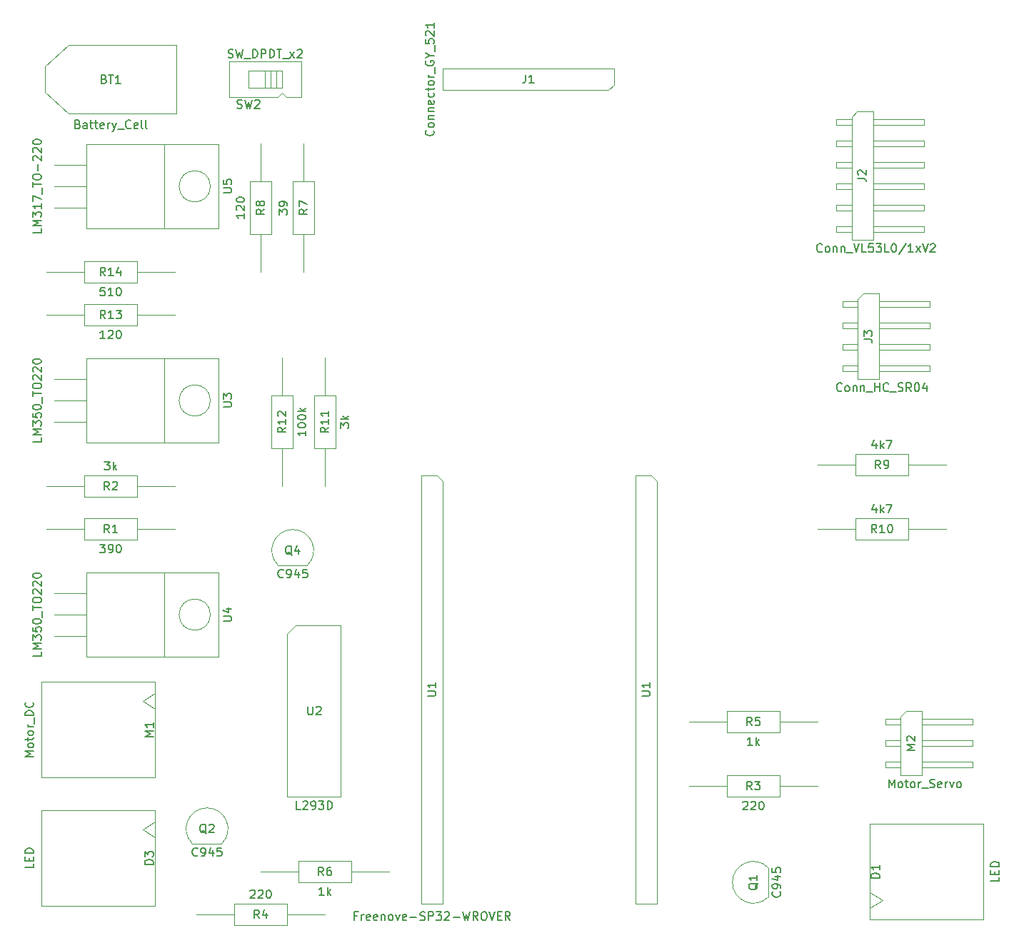
<source format=gbr>
%TF.GenerationSoftware,KiCad,Pcbnew,7.0.9-7.0.9~ubuntu22.04.1*%
%TF.CreationDate,2024-01-11T12:11:02+01:00*%
%TF.ProjectId,circuit,63697263-7569-4742-9e6b-696361645f70,rev?*%
%TF.SameCoordinates,Original*%
%TF.FileFunction,AssemblyDrawing,Top*%
%FSLAX46Y46*%
G04 Gerber Fmt 4.6, Leading zero omitted, Abs format (unit mm)*
G04 Created by KiCad (PCBNEW 7.0.9-7.0.9~ubuntu22.04.1) date 2024-01-11 12:11:02*
%MOMM*%
%LPD*%
G01*
G04 APERTURE LIST*
%ADD10C,0.150000*%
%ADD11C,0.100000*%
%ADD12C,0.120000*%
G04 APERTURE END LIST*
D10*
X108844819Y-59229523D02*
X108844819Y-58610476D01*
X108844819Y-58610476D02*
X109225771Y-58943809D01*
X109225771Y-58943809D02*
X109225771Y-58800952D01*
X109225771Y-58800952D02*
X109273390Y-58705714D01*
X109273390Y-58705714D02*
X109321009Y-58658095D01*
X109321009Y-58658095D02*
X109416247Y-58610476D01*
X109416247Y-58610476D02*
X109654342Y-58610476D01*
X109654342Y-58610476D02*
X109749580Y-58658095D01*
X109749580Y-58658095D02*
X109797200Y-58705714D01*
X109797200Y-58705714D02*
X109844819Y-58800952D01*
X109844819Y-58800952D02*
X109844819Y-59086666D01*
X109844819Y-59086666D02*
X109797200Y-59181904D01*
X109797200Y-59181904D02*
X109749580Y-59229523D01*
X109844819Y-58134285D02*
X109844819Y-57943809D01*
X109844819Y-57943809D02*
X109797200Y-57848571D01*
X109797200Y-57848571D02*
X109749580Y-57800952D01*
X109749580Y-57800952D02*
X109606723Y-57705714D01*
X109606723Y-57705714D02*
X109416247Y-57658095D01*
X109416247Y-57658095D02*
X109035295Y-57658095D01*
X109035295Y-57658095D02*
X108940057Y-57705714D01*
X108940057Y-57705714D02*
X108892438Y-57753333D01*
X108892438Y-57753333D02*
X108844819Y-57848571D01*
X108844819Y-57848571D02*
X108844819Y-58039047D01*
X108844819Y-58039047D02*
X108892438Y-58134285D01*
X108892438Y-58134285D02*
X108940057Y-58181904D01*
X108940057Y-58181904D02*
X109035295Y-58229523D01*
X109035295Y-58229523D02*
X109273390Y-58229523D01*
X109273390Y-58229523D02*
X109368628Y-58181904D01*
X109368628Y-58181904D02*
X109416247Y-58134285D01*
X109416247Y-58134285D02*
X109463866Y-58039047D01*
X109463866Y-58039047D02*
X109463866Y-57848571D01*
X109463866Y-57848571D02*
X109416247Y-57753333D01*
X109416247Y-57753333D02*
X109368628Y-57705714D01*
X109368628Y-57705714D02*
X109273390Y-57658095D01*
X112214819Y-58586666D02*
X111738628Y-58919999D01*
X112214819Y-59158094D02*
X111214819Y-59158094D01*
X111214819Y-59158094D02*
X111214819Y-58777142D01*
X111214819Y-58777142D02*
X111262438Y-58681904D01*
X111262438Y-58681904D02*
X111310057Y-58634285D01*
X111310057Y-58634285D02*
X111405295Y-58586666D01*
X111405295Y-58586666D02*
X111548152Y-58586666D01*
X111548152Y-58586666D02*
X111643390Y-58634285D01*
X111643390Y-58634285D02*
X111691009Y-58681904D01*
X111691009Y-58681904D02*
X111738628Y-58777142D01*
X111738628Y-58777142D02*
X111738628Y-59158094D01*
X111214819Y-58253332D02*
X111214819Y-57586666D01*
X111214819Y-57586666D02*
X112214819Y-58015237D01*
X88185714Y-67864819D02*
X87709524Y-67864819D01*
X87709524Y-67864819D02*
X87661905Y-68341009D01*
X87661905Y-68341009D02*
X87709524Y-68293390D01*
X87709524Y-68293390D02*
X87804762Y-68245771D01*
X87804762Y-68245771D02*
X88042857Y-68245771D01*
X88042857Y-68245771D02*
X88138095Y-68293390D01*
X88138095Y-68293390D02*
X88185714Y-68341009D01*
X88185714Y-68341009D02*
X88233333Y-68436247D01*
X88233333Y-68436247D02*
X88233333Y-68674342D01*
X88233333Y-68674342D02*
X88185714Y-68769580D01*
X88185714Y-68769580D02*
X88138095Y-68817200D01*
X88138095Y-68817200D02*
X88042857Y-68864819D01*
X88042857Y-68864819D02*
X87804762Y-68864819D01*
X87804762Y-68864819D02*
X87709524Y-68817200D01*
X87709524Y-68817200D02*
X87661905Y-68769580D01*
X89185714Y-68864819D02*
X88614286Y-68864819D01*
X88900000Y-68864819D02*
X88900000Y-67864819D01*
X88900000Y-67864819D02*
X88804762Y-68007676D01*
X88804762Y-68007676D02*
X88709524Y-68102914D01*
X88709524Y-68102914D02*
X88614286Y-68150533D01*
X89804762Y-67864819D02*
X89900000Y-67864819D01*
X89900000Y-67864819D02*
X89995238Y-67912438D01*
X89995238Y-67912438D02*
X90042857Y-67960057D01*
X90042857Y-67960057D02*
X90090476Y-68055295D01*
X90090476Y-68055295D02*
X90138095Y-68245771D01*
X90138095Y-68245771D02*
X90138095Y-68483866D01*
X90138095Y-68483866D02*
X90090476Y-68674342D01*
X90090476Y-68674342D02*
X90042857Y-68769580D01*
X90042857Y-68769580D02*
X89995238Y-68817200D01*
X89995238Y-68817200D02*
X89900000Y-68864819D01*
X89900000Y-68864819D02*
X89804762Y-68864819D01*
X89804762Y-68864819D02*
X89709524Y-68817200D01*
X89709524Y-68817200D02*
X89661905Y-68769580D01*
X89661905Y-68769580D02*
X89614286Y-68674342D01*
X89614286Y-68674342D02*
X89566667Y-68483866D01*
X89566667Y-68483866D02*
X89566667Y-68245771D01*
X89566667Y-68245771D02*
X89614286Y-68055295D01*
X89614286Y-68055295D02*
X89661905Y-67960057D01*
X89661905Y-67960057D02*
X89709524Y-67912438D01*
X89709524Y-67912438D02*
X89804762Y-67864819D01*
X88257142Y-66494819D02*
X87923809Y-66018628D01*
X87685714Y-66494819D02*
X87685714Y-65494819D01*
X87685714Y-65494819D02*
X88066666Y-65494819D01*
X88066666Y-65494819D02*
X88161904Y-65542438D01*
X88161904Y-65542438D02*
X88209523Y-65590057D01*
X88209523Y-65590057D02*
X88257142Y-65685295D01*
X88257142Y-65685295D02*
X88257142Y-65828152D01*
X88257142Y-65828152D02*
X88209523Y-65923390D01*
X88209523Y-65923390D02*
X88161904Y-65971009D01*
X88161904Y-65971009D02*
X88066666Y-66018628D01*
X88066666Y-66018628D02*
X87685714Y-66018628D01*
X89209523Y-66494819D02*
X88638095Y-66494819D01*
X88923809Y-66494819D02*
X88923809Y-65494819D01*
X88923809Y-65494819D02*
X88828571Y-65637676D01*
X88828571Y-65637676D02*
X88733333Y-65732914D01*
X88733333Y-65732914D02*
X88638095Y-65780533D01*
X90066666Y-65828152D02*
X90066666Y-66494819D01*
X89828571Y-65447200D02*
X89590476Y-66161485D01*
X89590476Y-66161485D02*
X90209523Y-66161485D01*
X163861905Y-128920057D02*
X163909524Y-128872438D01*
X163909524Y-128872438D02*
X164004762Y-128824819D01*
X164004762Y-128824819D02*
X164242857Y-128824819D01*
X164242857Y-128824819D02*
X164338095Y-128872438D01*
X164338095Y-128872438D02*
X164385714Y-128920057D01*
X164385714Y-128920057D02*
X164433333Y-129015295D01*
X164433333Y-129015295D02*
X164433333Y-129110533D01*
X164433333Y-129110533D02*
X164385714Y-129253390D01*
X164385714Y-129253390D02*
X163814286Y-129824819D01*
X163814286Y-129824819D02*
X164433333Y-129824819D01*
X164814286Y-128920057D02*
X164861905Y-128872438D01*
X164861905Y-128872438D02*
X164957143Y-128824819D01*
X164957143Y-128824819D02*
X165195238Y-128824819D01*
X165195238Y-128824819D02*
X165290476Y-128872438D01*
X165290476Y-128872438D02*
X165338095Y-128920057D01*
X165338095Y-128920057D02*
X165385714Y-129015295D01*
X165385714Y-129015295D02*
X165385714Y-129110533D01*
X165385714Y-129110533D02*
X165338095Y-129253390D01*
X165338095Y-129253390D02*
X164766667Y-129824819D01*
X164766667Y-129824819D02*
X165385714Y-129824819D01*
X166004762Y-128824819D02*
X166100000Y-128824819D01*
X166100000Y-128824819D02*
X166195238Y-128872438D01*
X166195238Y-128872438D02*
X166242857Y-128920057D01*
X166242857Y-128920057D02*
X166290476Y-129015295D01*
X166290476Y-129015295D02*
X166338095Y-129205771D01*
X166338095Y-129205771D02*
X166338095Y-129443866D01*
X166338095Y-129443866D02*
X166290476Y-129634342D01*
X166290476Y-129634342D02*
X166242857Y-129729580D01*
X166242857Y-129729580D02*
X166195238Y-129777200D01*
X166195238Y-129777200D02*
X166100000Y-129824819D01*
X166100000Y-129824819D02*
X166004762Y-129824819D01*
X166004762Y-129824819D02*
X165909524Y-129777200D01*
X165909524Y-129777200D02*
X165861905Y-129729580D01*
X165861905Y-129729580D02*
X165814286Y-129634342D01*
X165814286Y-129634342D02*
X165766667Y-129443866D01*
X165766667Y-129443866D02*
X165766667Y-129205771D01*
X165766667Y-129205771D02*
X165814286Y-129015295D01*
X165814286Y-129015295D02*
X165861905Y-128920057D01*
X165861905Y-128920057D02*
X165909524Y-128872438D01*
X165909524Y-128872438D02*
X166004762Y-128824819D01*
X164933333Y-127454819D02*
X164600000Y-126978628D01*
X164361905Y-127454819D02*
X164361905Y-126454819D01*
X164361905Y-126454819D02*
X164742857Y-126454819D01*
X164742857Y-126454819D02*
X164838095Y-126502438D01*
X164838095Y-126502438D02*
X164885714Y-126550057D01*
X164885714Y-126550057D02*
X164933333Y-126645295D01*
X164933333Y-126645295D02*
X164933333Y-126788152D01*
X164933333Y-126788152D02*
X164885714Y-126883390D01*
X164885714Y-126883390D02*
X164838095Y-126931009D01*
X164838095Y-126931009D02*
X164742857Y-126978628D01*
X164742857Y-126978628D02*
X164361905Y-126978628D01*
X165266667Y-126454819D02*
X165885714Y-126454819D01*
X165885714Y-126454819D02*
X165552381Y-126835771D01*
X165552381Y-126835771D02*
X165695238Y-126835771D01*
X165695238Y-126835771D02*
X165790476Y-126883390D01*
X165790476Y-126883390D02*
X165838095Y-126931009D01*
X165838095Y-126931009D02*
X165885714Y-127026247D01*
X165885714Y-127026247D02*
X165885714Y-127264342D01*
X165885714Y-127264342D02*
X165838095Y-127359580D01*
X165838095Y-127359580D02*
X165790476Y-127407200D01*
X165790476Y-127407200D02*
X165695238Y-127454819D01*
X165695238Y-127454819D02*
X165409524Y-127454819D01*
X165409524Y-127454819D02*
X165314286Y-127407200D01*
X165314286Y-127407200D02*
X165266667Y-127359580D01*
X104764819Y-59086666D02*
X104764819Y-59658094D01*
X104764819Y-59372380D02*
X103764819Y-59372380D01*
X103764819Y-59372380D02*
X103907676Y-59467618D01*
X103907676Y-59467618D02*
X104002914Y-59562856D01*
X104002914Y-59562856D02*
X104050533Y-59658094D01*
X103860057Y-58705713D02*
X103812438Y-58658094D01*
X103812438Y-58658094D02*
X103764819Y-58562856D01*
X103764819Y-58562856D02*
X103764819Y-58324761D01*
X103764819Y-58324761D02*
X103812438Y-58229523D01*
X103812438Y-58229523D02*
X103860057Y-58181904D01*
X103860057Y-58181904D02*
X103955295Y-58134285D01*
X103955295Y-58134285D02*
X104050533Y-58134285D01*
X104050533Y-58134285D02*
X104193390Y-58181904D01*
X104193390Y-58181904D02*
X104764819Y-58753332D01*
X104764819Y-58753332D02*
X104764819Y-58134285D01*
X103764819Y-57515237D02*
X103764819Y-57419999D01*
X103764819Y-57419999D02*
X103812438Y-57324761D01*
X103812438Y-57324761D02*
X103860057Y-57277142D01*
X103860057Y-57277142D02*
X103955295Y-57229523D01*
X103955295Y-57229523D02*
X104145771Y-57181904D01*
X104145771Y-57181904D02*
X104383866Y-57181904D01*
X104383866Y-57181904D02*
X104574342Y-57229523D01*
X104574342Y-57229523D02*
X104669580Y-57277142D01*
X104669580Y-57277142D02*
X104717200Y-57324761D01*
X104717200Y-57324761D02*
X104764819Y-57419999D01*
X104764819Y-57419999D02*
X104764819Y-57515237D01*
X104764819Y-57515237D02*
X104717200Y-57610475D01*
X104717200Y-57610475D02*
X104669580Y-57658094D01*
X104669580Y-57658094D02*
X104574342Y-57705713D01*
X104574342Y-57705713D02*
X104383866Y-57753332D01*
X104383866Y-57753332D02*
X104145771Y-57753332D01*
X104145771Y-57753332D02*
X103955295Y-57705713D01*
X103955295Y-57705713D02*
X103860057Y-57658094D01*
X103860057Y-57658094D02*
X103812438Y-57610475D01*
X103812438Y-57610475D02*
X103764819Y-57515237D01*
X107134819Y-58586666D02*
X106658628Y-58919999D01*
X107134819Y-59158094D02*
X106134819Y-59158094D01*
X106134819Y-59158094D02*
X106134819Y-58777142D01*
X106134819Y-58777142D02*
X106182438Y-58681904D01*
X106182438Y-58681904D02*
X106230057Y-58634285D01*
X106230057Y-58634285D02*
X106325295Y-58586666D01*
X106325295Y-58586666D02*
X106468152Y-58586666D01*
X106468152Y-58586666D02*
X106563390Y-58634285D01*
X106563390Y-58634285D02*
X106611009Y-58681904D01*
X106611009Y-58681904D02*
X106658628Y-58777142D01*
X106658628Y-58777142D02*
X106658628Y-59158094D01*
X106563390Y-58015237D02*
X106515771Y-58110475D01*
X106515771Y-58110475D02*
X106468152Y-58158094D01*
X106468152Y-58158094D02*
X106372914Y-58205713D01*
X106372914Y-58205713D02*
X106325295Y-58205713D01*
X106325295Y-58205713D02*
X106230057Y-58158094D01*
X106230057Y-58158094D02*
X106182438Y-58110475D01*
X106182438Y-58110475D02*
X106134819Y-58015237D01*
X106134819Y-58015237D02*
X106134819Y-57824761D01*
X106134819Y-57824761D02*
X106182438Y-57729523D01*
X106182438Y-57729523D02*
X106230057Y-57681904D01*
X106230057Y-57681904D02*
X106325295Y-57634285D01*
X106325295Y-57634285D02*
X106372914Y-57634285D01*
X106372914Y-57634285D02*
X106468152Y-57681904D01*
X106468152Y-57681904D02*
X106515771Y-57729523D01*
X106515771Y-57729523D02*
X106563390Y-57824761D01*
X106563390Y-57824761D02*
X106563390Y-58015237D01*
X106563390Y-58015237D02*
X106611009Y-58110475D01*
X106611009Y-58110475D02*
X106658628Y-58158094D01*
X106658628Y-58158094D02*
X106753866Y-58205713D01*
X106753866Y-58205713D02*
X106944342Y-58205713D01*
X106944342Y-58205713D02*
X107039580Y-58158094D01*
X107039580Y-58158094D02*
X107087200Y-58110475D01*
X107087200Y-58110475D02*
X107134819Y-58015237D01*
X107134819Y-58015237D02*
X107134819Y-57824761D01*
X107134819Y-57824761D02*
X107087200Y-57729523D01*
X107087200Y-57729523D02*
X107039580Y-57681904D01*
X107039580Y-57681904D02*
X106944342Y-57634285D01*
X106944342Y-57634285D02*
X106753866Y-57634285D01*
X106753866Y-57634285D02*
X106658628Y-57681904D01*
X106658628Y-57681904D02*
X106611009Y-57729523D01*
X106611009Y-57729523D02*
X106563390Y-57824761D01*
X164980952Y-122204819D02*
X164409524Y-122204819D01*
X164695238Y-122204819D02*
X164695238Y-121204819D01*
X164695238Y-121204819D02*
X164600000Y-121347676D01*
X164600000Y-121347676D02*
X164504762Y-121442914D01*
X164504762Y-121442914D02*
X164409524Y-121490533D01*
X165409524Y-122204819D02*
X165409524Y-121204819D01*
X165504762Y-121823866D02*
X165790476Y-122204819D01*
X165790476Y-121538152D02*
X165409524Y-121919104D01*
X164933333Y-119834819D02*
X164600000Y-119358628D01*
X164361905Y-119834819D02*
X164361905Y-118834819D01*
X164361905Y-118834819D02*
X164742857Y-118834819D01*
X164742857Y-118834819D02*
X164838095Y-118882438D01*
X164838095Y-118882438D02*
X164885714Y-118930057D01*
X164885714Y-118930057D02*
X164933333Y-119025295D01*
X164933333Y-119025295D02*
X164933333Y-119168152D01*
X164933333Y-119168152D02*
X164885714Y-119263390D01*
X164885714Y-119263390D02*
X164838095Y-119311009D01*
X164838095Y-119311009D02*
X164742857Y-119358628D01*
X164742857Y-119358628D02*
X164361905Y-119358628D01*
X165838095Y-118834819D02*
X165361905Y-118834819D01*
X165361905Y-118834819D02*
X165314286Y-119311009D01*
X165314286Y-119311009D02*
X165361905Y-119263390D01*
X165361905Y-119263390D02*
X165457143Y-119215771D01*
X165457143Y-119215771D02*
X165695238Y-119215771D01*
X165695238Y-119215771D02*
X165790476Y-119263390D01*
X165790476Y-119263390D02*
X165838095Y-119311009D01*
X165838095Y-119311009D02*
X165885714Y-119406247D01*
X165885714Y-119406247D02*
X165885714Y-119644342D01*
X165885714Y-119644342D02*
X165838095Y-119739580D01*
X165838095Y-119739580D02*
X165790476Y-119787200D01*
X165790476Y-119787200D02*
X165695238Y-119834819D01*
X165695238Y-119834819D02*
X165457143Y-119834819D01*
X165457143Y-119834819D02*
X165361905Y-119787200D01*
X165361905Y-119787200D02*
X165314286Y-119739580D01*
X87614286Y-98344819D02*
X88233333Y-98344819D01*
X88233333Y-98344819D02*
X87900000Y-98725771D01*
X87900000Y-98725771D02*
X88042857Y-98725771D01*
X88042857Y-98725771D02*
X88138095Y-98773390D01*
X88138095Y-98773390D02*
X88185714Y-98821009D01*
X88185714Y-98821009D02*
X88233333Y-98916247D01*
X88233333Y-98916247D02*
X88233333Y-99154342D01*
X88233333Y-99154342D02*
X88185714Y-99249580D01*
X88185714Y-99249580D02*
X88138095Y-99297200D01*
X88138095Y-99297200D02*
X88042857Y-99344819D01*
X88042857Y-99344819D02*
X87757143Y-99344819D01*
X87757143Y-99344819D02*
X87661905Y-99297200D01*
X87661905Y-99297200D02*
X87614286Y-99249580D01*
X88709524Y-99344819D02*
X88900000Y-99344819D01*
X88900000Y-99344819D02*
X88995238Y-99297200D01*
X88995238Y-99297200D02*
X89042857Y-99249580D01*
X89042857Y-99249580D02*
X89138095Y-99106723D01*
X89138095Y-99106723D02*
X89185714Y-98916247D01*
X89185714Y-98916247D02*
X89185714Y-98535295D01*
X89185714Y-98535295D02*
X89138095Y-98440057D01*
X89138095Y-98440057D02*
X89090476Y-98392438D01*
X89090476Y-98392438D02*
X88995238Y-98344819D01*
X88995238Y-98344819D02*
X88804762Y-98344819D01*
X88804762Y-98344819D02*
X88709524Y-98392438D01*
X88709524Y-98392438D02*
X88661905Y-98440057D01*
X88661905Y-98440057D02*
X88614286Y-98535295D01*
X88614286Y-98535295D02*
X88614286Y-98773390D01*
X88614286Y-98773390D02*
X88661905Y-98868628D01*
X88661905Y-98868628D02*
X88709524Y-98916247D01*
X88709524Y-98916247D02*
X88804762Y-98963866D01*
X88804762Y-98963866D02*
X88995238Y-98963866D01*
X88995238Y-98963866D02*
X89090476Y-98916247D01*
X89090476Y-98916247D02*
X89138095Y-98868628D01*
X89138095Y-98868628D02*
X89185714Y-98773390D01*
X89804762Y-98344819D02*
X89900000Y-98344819D01*
X89900000Y-98344819D02*
X89995238Y-98392438D01*
X89995238Y-98392438D02*
X90042857Y-98440057D01*
X90042857Y-98440057D02*
X90090476Y-98535295D01*
X90090476Y-98535295D02*
X90138095Y-98725771D01*
X90138095Y-98725771D02*
X90138095Y-98963866D01*
X90138095Y-98963866D02*
X90090476Y-99154342D01*
X90090476Y-99154342D02*
X90042857Y-99249580D01*
X90042857Y-99249580D02*
X89995238Y-99297200D01*
X89995238Y-99297200D02*
X89900000Y-99344819D01*
X89900000Y-99344819D02*
X89804762Y-99344819D01*
X89804762Y-99344819D02*
X89709524Y-99297200D01*
X89709524Y-99297200D02*
X89661905Y-99249580D01*
X89661905Y-99249580D02*
X89614286Y-99154342D01*
X89614286Y-99154342D02*
X89566667Y-98963866D01*
X89566667Y-98963866D02*
X89566667Y-98725771D01*
X89566667Y-98725771D02*
X89614286Y-98535295D01*
X89614286Y-98535295D02*
X89661905Y-98440057D01*
X89661905Y-98440057D02*
X89709524Y-98392438D01*
X89709524Y-98392438D02*
X89804762Y-98344819D01*
X88733333Y-96974819D02*
X88400000Y-96498628D01*
X88161905Y-96974819D02*
X88161905Y-95974819D01*
X88161905Y-95974819D02*
X88542857Y-95974819D01*
X88542857Y-95974819D02*
X88638095Y-96022438D01*
X88638095Y-96022438D02*
X88685714Y-96070057D01*
X88685714Y-96070057D02*
X88733333Y-96165295D01*
X88733333Y-96165295D02*
X88733333Y-96308152D01*
X88733333Y-96308152D02*
X88685714Y-96403390D01*
X88685714Y-96403390D02*
X88638095Y-96451009D01*
X88638095Y-96451009D02*
X88542857Y-96498628D01*
X88542857Y-96498628D02*
X88161905Y-96498628D01*
X89685714Y-96974819D02*
X89114286Y-96974819D01*
X89400000Y-96974819D02*
X89400000Y-95974819D01*
X89400000Y-95974819D02*
X89304762Y-96117676D01*
X89304762Y-96117676D02*
X89209524Y-96212914D01*
X89209524Y-96212914D02*
X89114286Y-96260533D01*
X111410952Y-129784819D02*
X110934762Y-129784819D01*
X110934762Y-129784819D02*
X110934762Y-128784819D01*
X111696667Y-128880057D02*
X111744286Y-128832438D01*
X111744286Y-128832438D02*
X111839524Y-128784819D01*
X111839524Y-128784819D02*
X112077619Y-128784819D01*
X112077619Y-128784819D02*
X112172857Y-128832438D01*
X112172857Y-128832438D02*
X112220476Y-128880057D01*
X112220476Y-128880057D02*
X112268095Y-128975295D01*
X112268095Y-128975295D02*
X112268095Y-129070533D01*
X112268095Y-129070533D02*
X112220476Y-129213390D01*
X112220476Y-129213390D02*
X111649048Y-129784819D01*
X111649048Y-129784819D02*
X112268095Y-129784819D01*
X112744286Y-129784819D02*
X112934762Y-129784819D01*
X112934762Y-129784819D02*
X113030000Y-129737200D01*
X113030000Y-129737200D02*
X113077619Y-129689580D01*
X113077619Y-129689580D02*
X113172857Y-129546723D01*
X113172857Y-129546723D02*
X113220476Y-129356247D01*
X113220476Y-129356247D02*
X113220476Y-128975295D01*
X113220476Y-128975295D02*
X113172857Y-128880057D01*
X113172857Y-128880057D02*
X113125238Y-128832438D01*
X113125238Y-128832438D02*
X113030000Y-128784819D01*
X113030000Y-128784819D02*
X112839524Y-128784819D01*
X112839524Y-128784819D02*
X112744286Y-128832438D01*
X112744286Y-128832438D02*
X112696667Y-128880057D01*
X112696667Y-128880057D02*
X112649048Y-128975295D01*
X112649048Y-128975295D02*
X112649048Y-129213390D01*
X112649048Y-129213390D02*
X112696667Y-129308628D01*
X112696667Y-129308628D02*
X112744286Y-129356247D01*
X112744286Y-129356247D02*
X112839524Y-129403866D01*
X112839524Y-129403866D02*
X113030000Y-129403866D01*
X113030000Y-129403866D02*
X113125238Y-129356247D01*
X113125238Y-129356247D02*
X113172857Y-129308628D01*
X113172857Y-129308628D02*
X113220476Y-129213390D01*
X113553810Y-128784819D02*
X114172857Y-128784819D01*
X114172857Y-128784819D02*
X113839524Y-129165771D01*
X113839524Y-129165771D02*
X113982381Y-129165771D01*
X113982381Y-129165771D02*
X114077619Y-129213390D01*
X114077619Y-129213390D02*
X114125238Y-129261009D01*
X114125238Y-129261009D02*
X114172857Y-129356247D01*
X114172857Y-129356247D02*
X114172857Y-129594342D01*
X114172857Y-129594342D02*
X114125238Y-129689580D01*
X114125238Y-129689580D02*
X114077619Y-129737200D01*
X114077619Y-129737200D02*
X113982381Y-129784819D01*
X113982381Y-129784819D02*
X113696667Y-129784819D01*
X113696667Y-129784819D02*
X113601429Y-129737200D01*
X113601429Y-129737200D02*
X113553810Y-129689580D01*
X114601429Y-129784819D02*
X114601429Y-128784819D01*
X114601429Y-128784819D02*
X114839524Y-128784819D01*
X114839524Y-128784819D02*
X114982381Y-128832438D01*
X114982381Y-128832438D02*
X115077619Y-128927676D01*
X115077619Y-128927676D02*
X115125238Y-129022914D01*
X115125238Y-129022914D02*
X115172857Y-129213390D01*
X115172857Y-129213390D02*
X115172857Y-129356247D01*
X115172857Y-129356247D02*
X115125238Y-129546723D01*
X115125238Y-129546723D02*
X115077619Y-129641961D01*
X115077619Y-129641961D02*
X114982381Y-129737200D01*
X114982381Y-129737200D02*
X114839524Y-129784819D01*
X114839524Y-129784819D02*
X114601429Y-129784819D01*
X112268095Y-117564819D02*
X112268095Y-118374342D01*
X112268095Y-118374342D02*
X112315714Y-118469580D01*
X112315714Y-118469580D02*
X112363333Y-118517200D01*
X112363333Y-118517200D02*
X112458571Y-118564819D01*
X112458571Y-118564819D02*
X112649047Y-118564819D01*
X112649047Y-118564819D02*
X112744285Y-118517200D01*
X112744285Y-118517200D02*
X112791904Y-118469580D01*
X112791904Y-118469580D02*
X112839523Y-118374342D01*
X112839523Y-118374342D02*
X112839523Y-117564819D01*
X113268095Y-117660057D02*
X113315714Y-117612438D01*
X113315714Y-117612438D02*
X113410952Y-117564819D01*
X113410952Y-117564819D02*
X113649047Y-117564819D01*
X113649047Y-117564819D02*
X113744285Y-117612438D01*
X113744285Y-117612438D02*
X113791904Y-117660057D01*
X113791904Y-117660057D02*
X113839523Y-117755295D01*
X113839523Y-117755295D02*
X113839523Y-117850533D01*
X113839523Y-117850533D02*
X113791904Y-117993390D01*
X113791904Y-117993390D02*
X113220476Y-118564819D01*
X113220476Y-118564819D02*
X113839523Y-118564819D01*
X179649523Y-93938152D02*
X179649523Y-94604819D01*
X179411428Y-93557200D02*
X179173333Y-94271485D01*
X179173333Y-94271485D02*
X179792380Y-94271485D01*
X180173333Y-94604819D02*
X180173333Y-93604819D01*
X180268571Y-94223866D02*
X180554285Y-94604819D01*
X180554285Y-93938152D02*
X180173333Y-94319104D01*
X180887619Y-93604819D02*
X181554285Y-93604819D01*
X181554285Y-93604819D02*
X181125714Y-94604819D01*
X179697142Y-96974819D02*
X179363809Y-96498628D01*
X179125714Y-96974819D02*
X179125714Y-95974819D01*
X179125714Y-95974819D02*
X179506666Y-95974819D01*
X179506666Y-95974819D02*
X179601904Y-96022438D01*
X179601904Y-96022438D02*
X179649523Y-96070057D01*
X179649523Y-96070057D02*
X179697142Y-96165295D01*
X179697142Y-96165295D02*
X179697142Y-96308152D01*
X179697142Y-96308152D02*
X179649523Y-96403390D01*
X179649523Y-96403390D02*
X179601904Y-96451009D01*
X179601904Y-96451009D02*
X179506666Y-96498628D01*
X179506666Y-96498628D02*
X179125714Y-96498628D01*
X180649523Y-96974819D02*
X180078095Y-96974819D01*
X180363809Y-96974819D02*
X180363809Y-95974819D01*
X180363809Y-95974819D02*
X180268571Y-96117676D01*
X180268571Y-96117676D02*
X180173333Y-96212914D01*
X180173333Y-96212914D02*
X180078095Y-96260533D01*
X181268571Y-95974819D02*
X181363809Y-95974819D01*
X181363809Y-95974819D02*
X181459047Y-96022438D01*
X181459047Y-96022438D02*
X181506666Y-96070057D01*
X181506666Y-96070057D02*
X181554285Y-96165295D01*
X181554285Y-96165295D02*
X181601904Y-96355771D01*
X181601904Y-96355771D02*
X181601904Y-96593866D01*
X181601904Y-96593866D02*
X181554285Y-96784342D01*
X181554285Y-96784342D02*
X181506666Y-96879580D01*
X181506666Y-96879580D02*
X181459047Y-96927200D01*
X181459047Y-96927200D02*
X181363809Y-96974819D01*
X181363809Y-96974819D02*
X181268571Y-96974819D01*
X181268571Y-96974819D02*
X181173333Y-96927200D01*
X181173333Y-96927200D02*
X181125714Y-96879580D01*
X181125714Y-96879580D02*
X181078095Y-96784342D01*
X181078095Y-96784342D02*
X181030476Y-96593866D01*
X181030476Y-96593866D02*
X181030476Y-96355771D01*
X181030476Y-96355771D02*
X181078095Y-96165295D01*
X181078095Y-96165295D02*
X181125714Y-96070057D01*
X181125714Y-96070057D02*
X181173333Y-96022438D01*
X181173333Y-96022438D02*
X181268571Y-95974819D01*
X112044819Y-84891428D02*
X112044819Y-85462856D01*
X112044819Y-85177142D02*
X111044819Y-85177142D01*
X111044819Y-85177142D02*
X111187676Y-85272380D01*
X111187676Y-85272380D02*
X111282914Y-85367618D01*
X111282914Y-85367618D02*
X111330533Y-85462856D01*
X111044819Y-84272380D02*
X111044819Y-84177142D01*
X111044819Y-84177142D02*
X111092438Y-84081904D01*
X111092438Y-84081904D02*
X111140057Y-84034285D01*
X111140057Y-84034285D02*
X111235295Y-83986666D01*
X111235295Y-83986666D02*
X111425771Y-83939047D01*
X111425771Y-83939047D02*
X111663866Y-83939047D01*
X111663866Y-83939047D02*
X111854342Y-83986666D01*
X111854342Y-83986666D02*
X111949580Y-84034285D01*
X111949580Y-84034285D02*
X111997200Y-84081904D01*
X111997200Y-84081904D02*
X112044819Y-84177142D01*
X112044819Y-84177142D02*
X112044819Y-84272380D01*
X112044819Y-84272380D02*
X111997200Y-84367618D01*
X111997200Y-84367618D02*
X111949580Y-84415237D01*
X111949580Y-84415237D02*
X111854342Y-84462856D01*
X111854342Y-84462856D02*
X111663866Y-84510475D01*
X111663866Y-84510475D02*
X111425771Y-84510475D01*
X111425771Y-84510475D02*
X111235295Y-84462856D01*
X111235295Y-84462856D02*
X111140057Y-84415237D01*
X111140057Y-84415237D02*
X111092438Y-84367618D01*
X111092438Y-84367618D02*
X111044819Y-84272380D01*
X111044819Y-83319999D02*
X111044819Y-83224761D01*
X111044819Y-83224761D02*
X111092438Y-83129523D01*
X111092438Y-83129523D02*
X111140057Y-83081904D01*
X111140057Y-83081904D02*
X111235295Y-83034285D01*
X111235295Y-83034285D02*
X111425771Y-82986666D01*
X111425771Y-82986666D02*
X111663866Y-82986666D01*
X111663866Y-82986666D02*
X111854342Y-83034285D01*
X111854342Y-83034285D02*
X111949580Y-83081904D01*
X111949580Y-83081904D02*
X111997200Y-83129523D01*
X111997200Y-83129523D02*
X112044819Y-83224761D01*
X112044819Y-83224761D02*
X112044819Y-83319999D01*
X112044819Y-83319999D02*
X111997200Y-83415237D01*
X111997200Y-83415237D02*
X111949580Y-83462856D01*
X111949580Y-83462856D02*
X111854342Y-83510475D01*
X111854342Y-83510475D02*
X111663866Y-83558094D01*
X111663866Y-83558094D02*
X111425771Y-83558094D01*
X111425771Y-83558094D02*
X111235295Y-83510475D01*
X111235295Y-83510475D02*
X111140057Y-83462856D01*
X111140057Y-83462856D02*
X111092438Y-83415237D01*
X111092438Y-83415237D02*
X111044819Y-83319999D01*
X112044819Y-82558094D02*
X111044819Y-82558094D01*
X111663866Y-82462856D02*
X112044819Y-82177142D01*
X111378152Y-82177142D02*
X111759104Y-82558094D01*
X109674819Y-84462857D02*
X109198628Y-84796190D01*
X109674819Y-85034285D02*
X108674819Y-85034285D01*
X108674819Y-85034285D02*
X108674819Y-84653333D01*
X108674819Y-84653333D02*
X108722438Y-84558095D01*
X108722438Y-84558095D02*
X108770057Y-84510476D01*
X108770057Y-84510476D02*
X108865295Y-84462857D01*
X108865295Y-84462857D02*
X109008152Y-84462857D01*
X109008152Y-84462857D02*
X109103390Y-84510476D01*
X109103390Y-84510476D02*
X109151009Y-84558095D01*
X109151009Y-84558095D02*
X109198628Y-84653333D01*
X109198628Y-84653333D02*
X109198628Y-85034285D01*
X109674819Y-83510476D02*
X109674819Y-84081904D01*
X109674819Y-83796190D02*
X108674819Y-83796190D01*
X108674819Y-83796190D02*
X108817676Y-83891428D01*
X108817676Y-83891428D02*
X108912914Y-83986666D01*
X108912914Y-83986666D02*
X108960533Y-84081904D01*
X108770057Y-83129523D02*
X108722438Y-83081904D01*
X108722438Y-83081904D02*
X108674819Y-82986666D01*
X108674819Y-82986666D02*
X108674819Y-82748571D01*
X108674819Y-82748571D02*
X108722438Y-82653333D01*
X108722438Y-82653333D02*
X108770057Y-82605714D01*
X108770057Y-82605714D02*
X108865295Y-82558095D01*
X108865295Y-82558095D02*
X108960533Y-82558095D01*
X108960533Y-82558095D02*
X109103390Y-82605714D01*
X109103390Y-82605714D02*
X109674819Y-83177142D01*
X109674819Y-83177142D02*
X109674819Y-82558095D01*
X109370952Y-102209580D02*
X109323333Y-102257200D01*
X109323333Y-102257200D02*
X109180476Y-102304819D01*
X109180476Y-102304819D02*
X109085238Y-102304819D01*
X109085238Y-102304819D02*
X108942381Y-102257200D01*
X108942381Y-102257200D02*
X108847143Y-102161961D01*
X108847143Y-102161961D02*
X108799524Y-102066723D01*
X108799524Y-102066723D02*
X108751905Y-101876247D01*
X108751905Y-101876247D02*
X108751905Y-101733390D01*
X108751905Y-101733390D02*
X108799524Y-101542914D01*
X108799524Y-101542914D02*
X108847143Y-101447676D01*
X108847143Y-101447676D02*
X108942381Y-101352438D01*
X108942381Y-101352438D02*
X109085238Y-101304819D01*
X109085238Y-101304819D02*
X109180476Y-101304819D01*
X109180476Y-101304819D02*
X109323333Y-101352438D01*
X109323333Y-101352438D02*
X109370952Y-101400057D01*
X109847143Y-102304819D02*
X110037619Y-102304819D01*
X110037619Y-102304819D02*
X110132857Y-102257200D01*
X110132857Y-102257200D02*
X110180476Y-102209580D01*
X110180476Y-102209580D02*
X110275714Y-102066723D01*
X110275714Y-102066723D02*
X110323333Y-101876247D01*
X110323333Y-101876247D02*
X110323333Y-101495295D01*
X110323333Y-101495295D02*
X110275714Y-101400057D01*
X110275714Y-101400057D02*
X110228095Y-101352438D01*
X110228095Y-101352438D02*
X110132857Y-101304819D01*
X110132857Y-101304819D02*
X109942381Y-101304819D01*
X109942381Y-101304819D02*
X109847143Y-101352438D01*
X109847143Y-101352438D02*
X109799524Y-101400057D01*
X109799524Y-101400057D02*
X109751905Y-101495295D01*
X109751905Y-101495295D02*
X109751905Y-101733390D01*
X109751905Y-101733390D02*
X109799524Y-101828628D01*
X109799524Y-101828628D02*
X109847143Y-101876247D01*
X109847143Y-101876247D02*
X109942381Y-101923866D01*
X109942381Y-101923866D02*
X110132857Y-101923866D01*
X110132857Y-101923866D02*
X110228095Y-101876247D01*
X110228095Y-101876247D02*
X110275714Y-101828628D01*
X110275714Y-101828628D02*
X110323333Y-101733390D01*
X111180476Y-101638152D02*
X111180476Y-102304819D01*
X110942381Y-101257200D02*
X110704286Y-101971485D01*
X110704286Y-101971485D02*
X111323333Y-101971485D01*
X112180476Y-101304819D02*
X111704286Y-101304819D01*
X111704286Y-101304819D02*
X111656667Y-101781009D01*
X111656667Y-101781009D02*
X111704286Y-101733390D01*
X111704286Y-101733390D02*
X111799524Y-101685771D01*
X111799524Y-101685771D02*
X112037619Y-101685771D01*
X112037619Y-101685771D02*
X112132857Y-101733390D01*
X112132857Y-101733390D02*
X112180476Y-101781009D01*
X112180476Y-101781009D02*
X112228095Y-101876247D01*
X112228095Y-101876247D02*
X112228095Y-102114342D01*
X112228095Y-102114342D02*
X112180476Y-102209580D01*
X112180476Y-102209580D02*
X112132857Y-102257200D01*
X112132857Y-102257200D02*
X112037619Y-102304819D01*
X112037619Y-102304819D02*
X111799524Y-102304819D01*
X111799524Y-102304819D02*
X111704286Y-102257200D01*
X111704286Y-102257200D02*
X111656667Y-102209580D01*
X110394761Y-99610057D02*
X110299523Y-99562438D01*
X110299523Y-99562438D02*
X110204285Y-99467200D01*
X110204285Y-99467200D02*
X110061428Y-99324342D01*
X110061428Y-99324342D02*
X109966190Y-99276723D01*
X109966190Y-99276723D02*
X109870952Y-99276723D01*
X109918571Y-99514819D02*
X109823333Y-99467200D01*
X109823333Y-99467200D02*
X109728095Y-99371961D01*
X109728095Y-99371961D02*
X109680476Y-99181485D01*
X109680476Y-99181485D02*
X109680476Y-98848152D01*
X109680476Y-98848152D02*
X109728095Y-98657676D01*
X109728095Y-98657676D02*
X109823333Y-98562438D01*
X109823333Y-98562438D02*
X109918571Y-98514819D01*
X109918571Y-98514819D02*
X110109047Y-98514819D01*
X110109047Y-98514819D02*
X110204285Y-98562438D01*
X110204285Y-98562438D02*
X110299523Y-98657676D01*
X110299523Y-98657676D02*
X110347142Y-98848152D01*
X110347142Y-98848152D02*
X110347142Y-99181485D01*
X110347142Y-99181485D02*
X110299523Y-99371961D01*
X110299523Y-99371961D02*
X110204285Y-99467200D01*
X110204285Y-99467200D02*
X110109047Y-99514819D01*
X110109047Y-99514819D02*
X109918571Y-99514819D01*
X111204285Y-98848152D02*
X111204285Y-99514819D01*
X110966190Y-98467200D02*
X110728095Y-99181485D01*
X110728095Y-99181485D02*
X111347142Y-99181485D01*
X80664819Y-111084762D02*
X80664819Y-111560952D01*
X80664819Y-111560952D02*
X79664819Y-111560952D01*
X80664819Y-110751428D02*
X79664819Y-110751428D01*
X79664819Y-110751428D02*
X80379104Y-110418095D01*
X80379104Y-110418095D02*
X79664819Y-110084762D01*
X79664819Y-110084762D02*
X80664819Y-110084762D01*
X79664819Y-109703809D02*
X79664819Y-109084762D01*
X79664819Y-109084762D02*
X80045771Y-109418095D01*
X80045771Y-109418095D02*
X80045771Y-109275238D01*
X80045771Y-109275238D02*
X80093390Y-109180000D01*
X80093390Y-109180000D02*
X80141009Y-109132381D01*
X80141009Y-109132381D02*
X80236247Y-109084762D01*
X80236247Y-109084762D02*
X80474342Y-109084762D01*
X80474342Y-109084762D02*
X80569580Y-109132381D01*
X80569580Y-109132381D02*
X80617200Y-109180000D01*
X80617200Y-109180000D02*
X80664819Y-109275238D01*
X80664819Y-109275238D02*
X80664819Y-109560952D01*
X80664819Y-109560952D02*
X80617200Y-109656190D01*
X80617200Y-109656190D02*
X80569580Y-109703809D01*
X79664819Y-108180000D02*
X79664819Y-108656190D01*
X79664819Y-108656190D02*
X80141009Y-108703809D01*
X80141009Y-108703809D02*
X80093390Y-108656190D01*
X80093390Y-108656190D02*
X80045771Y-108560952D01*
X80045771Y-108560952D02*
X80045771Y-108322857D01*
X80045771Y-108322857D02*
X80093390Y-108227619D01*
X80093390Y-108227619D02*
X80141009Y-108180000D01*
X80141009Y-108180000D02*
X80236247Y-108132381D01*
X80236247Y-108132381D02*
X80474342Y-108132381D01*
X80474342Y-108132381D02*
X80569580Y-108180000D01*
X80569580Y-108180000D02*
X80617200Y-108227619D01*
X80617200Y-108227619D02*
X80664819Y-108322857D01*
X80664819Y-108322857D02*
X80664819Y-108560952D01*
X80664819Y-108560952D02*
X80617200Y-108656190D01*
X80617200Y-108656190D02*
X80569580Y-108703809D01*
X79664819Y-107513333D02*
X79664819Y-107418095D01*
X79664819Y-107418095D02*
X79712438Y-107322857D01*
X79712438Y-107322857D02*
X79760057Y-107275238D01*
X79760057Y-107275238D02*
X79855295Y-107227619D01*
X79855295Y-107227619D02*
X80045771Y-107180000D01*
X80045771Y-107180000D02*
X80283866Y-107180000D01*
X80283866Y-107180000D02*
X80474342Y-107227619D01*
X80474342Y-107227619D02*
X80569580Y-107275238D01*
X80569580Y-107275238D02*
X80617200Y-107322857D01*
X80617200Y-107322857D02*
X80664819Y-107418095D01*
X80664819Y-107418095D02*
X80664819Y-107513333D01*
X80664819Y-107513333D02*
X80617200Y-107608571D01*
X80617200Y-107608571D02*
X80569580Y-107656190D01*
X80569580Y-107656190D02*
X80474342Y-107703809D01*
X80474342Y-107703809D02*
X80283866Y-107751428D01*
X80283866Y-107751428D02*
X80045771Y-107751428D01*
X80045771Y-107751428D02*
X79855295Y-107703809D01*
X79855295Y-107703809D02*
X79760057Y-107656190D01*
X79760057Y-107656190D02*
X79712438Y-107608571D01*
X79712438Y-107608571D02*
X79664819Y-107513333D01*
X80760057Y-106989524D02*
X80760057Y-106227619D01*
X79664819Y-106132380D02*
X79664819Y-105560952D01*
X80664819Y-105846666D02*
X79664819Y-105846666D01*
X79664819Y-105037142D02*
X79664819Y-104846666D01*
X79664819Y-104846666D02*
X79712438Y-104751428D01*
X79712438Y-104751428D02*
X79807676Y-104656190D01*
X79807676Y-104656190D02*
X79998152Y-104608571D01*
X79998152Y-104608571D02*
X80331485Y-104608571D01*
X80331485Y-104608571D02*
X80521961Y-104656190D01*
X80521961Y-104656190D02*
X80617200Y-104751428D01*
X80617200Y-104751428D02*
X80664819Y-104846666D01*
X80664819Y-104846666D02*
X80664819Y-105037142D01*
X80664819Y-105037142D02*
X80617200Y-105132380D01*
X80617200Y-105132380D02*
X80521961Y-105227618D01*
X80521961Y-105227618D02*
X80331485Y-105275237D01*
X80331485Y-105275237D02*
X79998152Y-105275237D01*
X79998152Y-105275237D02*
X79807676Y-105227618D01*
X79807676Y-105227618D02*
X79712438Y-105132380D01*
X79712438Y-105132380D02*
X79664819Y-105037142D01*
X79760057Y-104227618D02*
X79712438Y-104179999D01*
X79712438Y-104179999D02*
X79664819Y-104084761D01*
X79664819Y-104084761D02*
X79664819Y-103846666D01*
X79664819Y-103846666D02*
X79712438Y-103751428D01*
X79712438Y-103751428D02*
X79760057Y-103703809D01*
X79760057Y-103703809D02*
X79855295Y-103656190D01*
X79855295Y-103656190D02*
X79950533Y-103656190D01*
X79950533Y-103656190D02*
X80093390Y-103703809D01*
X80093390Y-103703809D02*
X80664819Y-104275237D01*
X80664819Y-104275237D02*
X80664819Y-103656190D01*
X79760057Y-103275237D02*
X79712438Y-103227618D01*
X79712438Y-103227618D02*
X79664819Y-103132380D01*
X79664819Y-103132380D02*
X79664819Y-102894285D01*
X79664819Y-102894285D02*
X79712438Y-102799047D01*
X79712438Y-102799047D02*
X79760057Y-102751428D01*
X79760057Y-102751428D02*
X79855295Y-102703809D01*
X79855295Y-102703809D02*
X79950533Y-102703809D01*
X79950533Y-102703809D02*
X80093390Y-102751428D01*
X80093390Y-102751428D02*
X80664819Y-103322856D01*
X80664819Y-103322856D02*
X80664819Y-102703809D01*
X79664819Y-102084761D02*
X79664819Y-101989523D01*
X79664819Y-101989523D02*
X79712438Y-101894285D01*
X79712438Y-101894285D02*
X79760057Y-101846666D01*
X79760057Y-101846666D02*
X79855295Y-101799047D01*
X79855295Y-101799047D02*
X80045771Y-101751428D01*
X80045771Y-101751428D02*
X80283866Y-101751428D01*
X80283866Y-101751428D02*
X80474342Y-101799047D01*
X80474342Y-101799047D02*
X80569580Y-101846666D01*
X80569580Y-101846666D02*
X80617200Y-101894285D01*
X80617200Y-101894285D02*
X80664819Y-101989523D01*
X80664819Y-101989523D02*
X80664819Y-102084761D01*
X80664819Y-102084761D02*
X80617200Y-102179999D01*
X80617200Y-102179999D02*
X80569580Y-102227618D01*
X80569580Y-102227618D02*
X80474342Y-102275237D01*
X80474342Y-102275237D02*
X80283866Y-102322856D01*
X80283866Y-102322856D02*
X80045771Y-102322856D01*
X80045771Y-102322856D02*
X79855295Y-102275237D01*
X79855295Y-102275237D02*
X79760057Y-102227618D01*
X79760057Y-102227618D02*
X79712438Y-102179999D01*
X79712438Y-102179999D02*
X79664819Y-102084761D01*
X102244819Y-107441904D02*
X103054342Y-107441904D01*
X103054342Y-107441904D02*
X103149580Y-107394285D01*
X103149580Y-107394285D02*
X103197200Y-107346666D01*
X103197200Y-107346666D02*
X103244819Y-107251428D01*
X103244819Y-107251428D02*
X103244819Y-107060952D01*
X103244819Y-107060952D02*
X103197200Y-106965714D01*
X103197200Y-106965714D02*
X103149580Y-106918095D01*
X103149580Y-106918095D02*
X103054342Y-106870476D01*
X103054342Y-106870476D02*
X102244819Y-106870476D01*
X102578152Y-105965714D02*
X103244819Y-105965714D01*
X102197200Y-106203809D02*
X102911485Y-106441904D01*
X102911485Y-106441904D02*
X102911485Y-105822857D01*
X79744819Y-123534285D02*
X78744819Y-123534285D01*
X78744819Y-123534285D02*
X79459104Y-123200952D01*
X79459104Y-123200952D02*
X78744819Y-122867619D01*
X78744819Y-122867619D02*
X79744819Y-122867619D01*
X79744819Y-122248571D02*
X79697200Y-122343809D01*
X79697200Y-122343809D02*
X79649580Y-122391428D01*
X79649580Y-122391428D02*
X79554342Y-122439047D01*
X79554342Y-122439047D02*
X79268628Y-122439047D01*
X79268628Y-122439047D02*
X79173390Y-122391428D01*
X79173390Y-122391428D02*
X79125771Y-122343809D01*
X79125771Y-122343809D02*
X79078152Y-122248571D01*
X79078152Y-122248571D02*
X79078152Y-122105714D01*
X79078152Y-122105714D02*
X79125771Y-122010476D01*
X79125771Y-122010476D02*
X79173390Y-121962857D01*
X79173390Y-121962857D02*
X79268628Y-121915238D01*
X79268628Y-121915238D02*
X79554342Y-121915238D01*
X79554342Y-121915238D02*
X79649580Y-121962857D01*
X79649580Y-121962857D02*
X79697200Y-122010476D01*
X79697200Y-122010476D02*
X79744819Y-122105714D01*
X79744819Y-122105714D02*
X79744819Y-122248571D01*
X79078152Y-121629523D02*
X79078152Y-121248571D01*
X78744819Y-121486666D02*
X79601961Y-121486666D01*
X79601961Y-121486666D02*
X79697200Y-121439047D01*
X79697200Y-121439047D02*
X79744819Y-121343809D01*
X79744819Y-121343809D02*
X79744819Y-121248571D01*
X79744819Y-120772380D02*
X79697200Y-120867618D01*
X79697200Y-120867618D02*
X79649580Y-120915237D01*
X79649580Y-120915237D02*
X79554342Y-120962856D01*
X79554342Y-120962856D02*
X79268628Y-120962856D01*
X79268628Y-120962856D02*
X79173390Y-120915237D01*
X79173390Y-120915237D02*
X79125771Y-120867618D01*
X79125771Y-120867618D02*
X79078152Y-120772380D01*
X79078152Y-120772380D02*
X79078152Y-120629523D01*
X79078152Y-120629523D02*
X79125771Y-120534285D01*
X79125771Y-120534285D02*
X79173390Y-120486666D01*
X79173390Y-120486666D02*
X79268628Y-120439047D01*
X79268628Y-120439047D02*
X79554342Y-120439047D01*
X79554342Y-120439047D02*
X79649580Y-120486666D01*
X79649580Y-120486666D02*
X79697200Y-120534285D01*
X79697200Y-120534285D02*
X79744819Y-120629523D01*
X79744819Y-120629523D02*
X79744819Y-120772380D01*
X79744819Y-120010475D02*
X79078152Y-120010475D01*
X79268628Y-120010475D02*
X79173390Y-119962856D01*
X79173390Y-119962856D02*
X79125771Y-119915237D01*
X79125771Y-119915237D02*
X79078152Y-119819999D01*
X79078152Y-119819999D02*
X79078152Y-119724761D01*
X79840057Y-119629523D02*
X79840057Y-118867618D01*
X79744819Y-118629522D02*
X78744819Y-118629522D01*
X78744819Y-118629522D02*
X78744819Y-118391427D01*
X78744819Y-118391427D02*
X78792438Y-118248570D01*
X78792438Y-118248570D02*
X78887676Y-118153332D01*
X78887676Y-118153332D02*
X78982914Y-118105713D01*
X78982914Y-118105713D02*
X79173390Y-118058094D01*
X79173390Y-118058094D02*
X79316247Y-118058094D01*
X79316247Y-118058094D02*
X79506723Y-118105713D01*
X79506723Y-118105713D02*
X79601961Y-118153332D01*
X79601961Y-118153332D02*
X79697200Y-118248570D01*
X79697200Y-118248570D02*
X79744819Y-118391427D01*
X79744819Y-118391427D02*
X79744819Y-118629522D01*
X79649580Y-117058094D02*
X79697200Y-117105713D01*
X79697200Y-117105713D02*
X79744819Y-117248570D01*
X79744819Y-117248570D02*
X79744819Y-117343808D01*
X79744819Y-117343808D02*
X79697200Y-117486665D01*
X79697200Y-117486665D02*
X79601961Y-117581903D01*
X79601961Y-117581903D02*
X79506723Y-117629522D01*
X79506723Y-117629522D02*
X79316247Y-117677141D01*
X79316247Y-117677141D02*
X79173390Y-117677141D01*
X79173390Y-117677141D02*
X78982914Y-117629522D01*
X78982914Y-117629522D02*
X78887676Y-117581903D01*
X78887676Y-117581903D02*
X78792438Y-117486665D01*
X78792438Y-117486665D02*
X78744819Y-117343808D01*
X78744819Y-117343808D02*
X78744819Y-117248570D01*
X78744819Y-117248570D02*
X78792438Y-117105713D01*
X78792438Y-117105713D02*
X78840057Y-117058094D01*
X93944819Y-121129523D02*
X92944819Y-121129523D01*
X92944819Y-121129523D02*
X93659104Y-120796190D01*
X93659104Y-120796190D02*
X92944819Y-120462857D01*
X92944819Y-120462857D02*
X93944819Y-120462857D01*
X93944819Y-119462857D02*
X93944819Y-120034285D01*
X93944819Y-119748571D02*
X92944819Y-119748571D01*
X92944819Y-119748571D02*
X93087676Y-119843809D01*
X93087676Y-119843809D02*
X93182914Y-119939047D01*
X93182914Y-119939047D02*
X93230533Y-120034285D01*
X88233333Y-73944819D02*
X87661905Y-73944819D01*
X87947619Y-73944819D02*
X87947619Y-72944819D01*
X87947619Y-72944819D02*
X87852381Y-73087676D01*
X87852381Y-73087676D02*
X87757143Y-73182914D01*
X87757143Y-73182914D02*
X87661905Y-73230533D01*
X88614286Y-73040057D02*
X88661905Y-72992438D01*
X88661905Y-72992438D02*
X88757143Y-72944819D01*
X88757143Y-72944819D02*
X88995238Y-72944819D01*
X88995238Y-72944819D02*
X89090476Y-72992438D01*
X89090476Y-72992438D02*
X89138095Y-73040057D01*
X89138095Y-73040057D02*
X89185714Y-73135295D01*
X89185714Y-73135295D02*
X89185714Y-73230533D01*
X89185714Y-73230533D02*
X89138095Y-73373390D01*
X89138095Y-73373390D02*
X88566667Y-73944819D01*
X88566667Y-73944819D02*
X89185714Y-73944819D01*
X89804762Y-72944819D02*
X89900000Y-72944819D01*
X89900000Y-72944819D02*
X89995238Y-72992438D01*
X89995238Y-72992438D02*
X90042857Y-73040057D01*
X90042857Y-73040057D02*
X90090476Y-73135295D01*
X90090476Y-73135295D02*
X90138095Y-73325771D01*
X90138095Y-73325771D02*
X90138095Y-73563866D01*
X90138095Y-73563866D02*
X90090476Y-73754342D01*
X90090476Y-73754342D02*
X90042857Y-73849580D01*
X90042857Y-73849580D02*
X89995238Y-73897200D01*
X89995238Y-73897200D02*
X89900000Y-73944819D01*
X89900000Y-73944819D02*
X89804762Y-73944819D01*
X89804762Y-73944819D02*
X89709524Y-73897200D01*
X89709524Y-73897200D02*
X89661905Y-73849580D01*
X89661905Y-73849580D02*
X89614286Y-73754342D01*
X89614286Y-73754342D02*
X89566667Y-73563866D01*
X89566667Y-73563866D02*
X89566667Y-73325771D01*
X89566667Y-73325771D02*
X89614286Y-73135295D01*
X89614286Y-73135295D02*
X89661905Y-73040057D01*
X89661905Y-73040057D02*
X89709524Y-72992438D01*
X89709524Y-72992438D02*
X89804762Y-72944819D01*
X88257142Y-71574819D02*
X87923809Y-71098628D01*
X87685714Y-71574819D02*
X87685714Y-70574819D01*
X87685714Y-70574819D02*
X88066666Y-70574819D01*
X88066666Y-70574819D02*
X88161904Y-70622438D01*
X88161904Y-70622438D02*
X88209523Y-70670057D01*
X88209523Y-70670057D02*
X88257142Y-70765295D01*
X88257142Y-70765295D02*
X88257142Y-70908152D01*
X88257142Y-70908152D02*
X88209523Y-71003390D01*
X88209523Y-71003390D02*
X88161904Y-71051009D01*
X88161904Y-71051009D02*
X88066666Y-71098628D01*
X88066666Y-71098628D02*
X87685714Y-71098628D01*
X89209523Y-71574819D02*
X88638095Y-71574819D01*
X88923809Y-71574819D02*
X88923809Y-70574819D01*
X88923809Y-70574819D02*
X88828571Y-70717676D01*
X88828571Y-70717676D02*
X88733333Y-70812914D01*
X88733333Y-70812914D02*
X88638095Y-70860533D01*
X89542857Y-70574819D02*
X90161904Y-70574819D01*
X90161904Y-70574819D02*
X89828571Y-70955771D01*
X89828571Y-70955771D02*
X89971428Y-70955771D01*
X89971428Y-70955771D02*
X90066666Y-71003390D01*
X90066666Y-71003390D02*
X90114285Y-71051009D01*
X90114285Y-71051009D02*
X90161904Y-71146247D01*
X90161904Y-71146247D02*
X90161904Y-71384342D01*
X90161904Y-71384342D02*
X90114285Y-71479580D01*
X90114285Y-71479580D02*
X90066666Y-71527200D01*
X90066666Y-71527200D02*
X89971428Y-71574819D01*
X89971428Y-71574819D02*
X89685714Y-71574819D01*
X89685714Y-71574819D02*
X89590476Y-71527200D01*
X89590476Y-71527200D02*
X89542857Y-71479580D01*
X175588094Y-80109580D02*
X175540475Y-80157200D01*
X175540475Y-80157200D02*
X175397618Y-80204819D01*
X175397618Y-80204819D02*
X175302380Y-80204819D01*
X175302380Y-80204819D02*
X175159523Y-80157200D01*
X175159523Y-80157200D02*
X175064285Y-80061961D01*
X175064285Y-80061961D02*
X175016666Y-79966723D01*
X175016666Y-79966723D02*
X174969047Y-79776247D01*
X174969047Y-79776247D02*
X174969047Y-79633390D01*
X174969047Y-79633390D02*
X175016666Y-79442914D01*
X175016666Y-79442914D02*
X175064285Y-79347676D01*
X175064285Y-79347676D02*
X175159523Y-79252438D01*
X175159523Y-79252438D02*
X175302380Y-79204819D01*
X175302380Y-79204819D02*
X175397618Y-79204819D01*
X175397618Y-79204819D02*
X175540475Y-79252438D01*
X175540475Y-79252438D02*
X175588094Y-79300057D01*
X176159523Y-80204819D02*
X176064285Y-80157200D01*
X176064285Y-80157200D02*
X176016666Y-80109580D01*
X176016666Y-80109580D02*
X175969047Y-80014342D01*
X175969047Y-80014342D02*
X175969047Y-79728628D01*
X175969047Y-79728628D02*
X176016666Y-79633390D01*
X176016666Y-79633390D02*
X176064285Y-79585771D01*
X176064285Y-79585771D02*
X176159523Y-79538152D01*
X176159523Y-79538152D02*
X176302380Y-79538152D01*
X176302380Y-79538152D02*
X176397618Y-79585771D01*
X176397618Y-79585771D02*
X176445237Y-79633390D01*
X176445237Y-79633390D02*
X176492856Y-79728628D01*
X176492856Y-79728628D02*
X176492856Y-80014342D01*
X176492856Y-80014342D02*
X176445237Y-80109580D01*
X176445237Y-80109580D02*
X176397618Y-80157200D01*
X176397618Y-80157200D02*
X176302380Y-80204819D01*
X176302380Y-80204819D02*
X176159523Y-80204819D01*
X176921428Y-79538152D02*
X176921428Y-80204819D01*
X176921428Y-79633390D02*
X176969047Y-79585771D01*
X176969047Y-79585771D02*
X177064285Y-79538152D01*
X177064285Y-79538152D02*
X177207142Y-79538152D01*
X177207142Y-79538152D02*
X177302380Y-79585771D01*
X177302380Y-79585771D02*
X177349999Y-79681009D01*
X177349999Y-79681009D02*
X177349999Y-80204819D01*
X177826190Y-79538152D02*
X177826190Y-80204819D01*
X177826190Y-79633390D02*
X177873809Y-79585771D01*
X177873809Y-79585771D02*
X177969047Y-79538152D01*
X177969047Y-79538152D02*
X178111904Y-79538152D01*
X178111904Y-79538152D02*
X178207142Y-79585771D01*
X178207142Y-79585771D02*
X178254761Y-79681009D01*
X178254761Y-79681009D02*
X178254761Y-80204819D01*
X178492857Y-80300057D02*
X179254761Y-80300057D01*
X179492857Y-80204819D02*
X179492857Y-79204819D01*
X179492857Y-79681009D02*
X180064285Y-79681009D01*
X180064285Y-80204819D02*
X180064285Y-79204819D01*
X181111904Y-80109580D02*
X181064285Y-80157200D01*
X181064285Y-80157200D02*
X180921428Y-80204819D01*
X180921428Y-80204819D02*
X180826190Y-80204819D01*
X180826190Y-80204819D02*
X180683333Y-80157200D01*
X180683333Y-80157200D02*
X180588095Y-80061961D01*
X180588095Y-80061961D02*
X180540476Y-79966723D01*
X180540476Y-79966723D02*
X180492857Y-79776247D01*
X180492857Y-79776247D02*
X180492857Y-79633390D01*
X180492857Y-79633390D02*
X180540476Y-79442914D01*
X180540476Y-79442914D02*
X180588095Y-79347676D01*
X180588095Y-79347676D02*
X180683333Y-79252438D01*
X180683333Y-79252438D02*
X180826190Y-79204819D01*
X180826190Y-79204819D02*
X180921428Y-79204819D01*
X180921428Y-79204819D02*
X181064285Y-79252438D01*
X181064285Y-79252438D02*
X181111904Y-79300057D01*
X181302381Y-80300057D02*
X182064285Y-80300057D01*
X182254762Y-80157200D02*
X182397619Y-80204819D01*
X182397619Y-80204819D02*
X182635714Y-80204819D01*
X182635714Y-80204819D02*
X182730952Y-80157200D01*
X182730952Y-80157200D02*
X182778571Y-80109580D01*
X182778571Y-80109580D02*
X182826190Y-80014342D01*
X182826190Y-80014342D02*
X182826190Y-79919104D01*
X182826190Y-79919104D02*
X182778571Y-79823866D01*
X182778571Y-79823866D02*
X182730952Y-79776247D01*
X182730952Y-79776247D02*
X182635714Y-79728628D01*
X182635714Y-79728628D02*
X182445238Y-79681009D01*
X182445238Y-79681009D02*
X182350000Y-79633390D01*
X182350000Y-79633390D02*
X182302381Y-79585771D01*
X182302381Y-79585771D02*
X182254762Y-79490533D01*
X182254762Y-79490533D02*
X182254762Y-79395295D01*
X182254762Y-79395295D02*
X182302381Y-79300057D01*
X182302381Y-79300057D02*
X182350000Y-79252438D01*
X182350000Y-79252438D02*
X182445238Y-79204819D01*
X182445238Y-79204819D02*
X182683333Y-79204819D01*
X182683333Y-79204819D02*
X182826190Y-79252438D01*
X183826190Y-80204819D02*
X183492857Y-79728628D01*
X183254762Y-80204819D02*
X183254762Y-79204819D01*
X183254762Y-79204819D02*
X183635714Y-79204819D01*
X183635714Y-79204819D02*
X183730952Y-79252438D01*
X183730952Y-79252438D02*
X183778571Y-79300057D01*
X183778571Y-79300057D02*
X183826190Y-79395295D01*
X183826190Y-79395295D02*
X183826190Y-79538152D01*
X183826190Y-79538152D02*
X183778571Y-79633390D01*
X183778571Y-79633390D02*
X183730952Y-79681009D01*
X183730952Y-79681009D02*
X183635714Y-79728628D01*
X183635714Y-79728628D02*
X183254762Y-79728628D01*
X184445238Y-79204819D02*
X184540476Y-79204819D01*
X184540476Y-79204819D02*
X184635714Y-79252438D01*
X184635714Y-79252438D02*
X184683333Y-79300057D01*
X184683333Y-79300057D02*
X184730952Y-79395295D01*
X184730952Y-79395295D02*
X184778571Y-79585771D01*
X184778571Y-79585771D02*
X184778571Y-79823866D01*
X184778571Y-79823866D02*
X184730952Y-80014342D01*
X184730952Y-80014342D02*
X184683333Y-80109580D01*
X184683333Y-80109580D02*
X184635714Y-80157200D01*
X184635714Y-80157200D02*
X184540476Y-80204819D01*
X184540476Y-80204819D02*
X184445238Y-80204819D01*
X184445238Y-80204819D02*
X184350000Y-80157200D01*
X184350000Y-80157200D02*
X184302381Y-80109580D01*
X184302381Y-80109580D02*
X184254762Y-80014342D01*
X184254762Y-80014342D02*
X184207143Y-79823866D01*
X184207143Y-79823866D02*
X184207143Y-79585771D01*
X184207143Y-79585771D02*
X184254762Y-79395295D01*
X184254762Y-79395295D02*
X184302381Y-79300057D01*
X184302381Y-79300057D02*
X184350000Y-79252438D01*
X184350000Y-79252438D02*
X184445238Y-79204819D01*
X185635714Y-79538152D02*
X185635714Y-80204819D01*
X185397619Y-79157200D02*
X185159524Y-79871485D01*
X185159524Y-79871485D02*
X185778571Y-79871485D01*
X178189819Y-74003333D02*
X178904104Y-74003333D01*
X178904104Y-74003333D02*
X179046961Y-74050952D01*
X179046961Y-74050952D02*
X179142200Y-74146190D01*
X179142200Y-74146190D02*
X179189819Y-74289047D01*
X179189819Y-74289047D02*
X179189819Y-74384285D01*
X178189819Y-73622380D02*
X178189819Y-73003333D01*
X178189819Y-73003333D02*
X178570771Y-73336666D01*
X178570771Y-73336666D02*
X178570771Y-73193809D01*
X178570771Y-73193809D02*
X178618390Y-73098571D01*
X178618390Y-73098571D02*
X178666009Y-73050952D01*
X178666009Y-73050952D02*
X178761247Y-73003333D01*
X178761247Y-73003333D02*
X178999342Y-73003333D01*
X178999342Y-73003333D02*
X179094580Y-73050952D01*
X179094580Y-73050952D02*
X179142200Y-73098571D01*
X179142200Y-73098571D02*
X179189819Y-73193809D01*
X179189819Y-73193809D02*
X179189819Y-73479523D01*
X179189819Y-73479523D02*
X179142200Y-73574761D01*
X179142200Y-73574761D02*
X179094580Y-73622380D01*
X88161905Y-88524819D02*
X88780952Y-88524819D01*
X88780952Y-88524819D02*
X88447619Y-88905771D01*
X88447619Y-88905771D02*
X88590476Y-88905771D01*
X88590476Y-88905771D02*
X88685714Y-88953390D01*
X88685714Y-88953390D02*
X88733333Y-89001009D01*
X88733333Y-89001009D02*
X88780952Y-89096247D01*
X88780952Y-89096247D02*
X88780952Y-89334342D01*
X88780952Y-89334342D02*
X88733333Y-89429580D01*
X88733333Y-89429580D02*
X88685714Y-89477200D01*
X88685714Y-89477200D02*
X88590476Y-89524819D01*
X88590476Y-89524819D02*
X88304762Y-89524819D01*
X88304762Y-89524819D02*
X88209524Y-89477200D01*
X88209524Y-89477200D02*
X88161905Y-89429580D01*
X89209524Y-89524819D02*
X89209524Y-88524819D01*
X89304762Y-89143866D02*
X89590476Y-89524819D01*
X89590476Y-88858152D02*
X89209524Y-89239104D01*
X88733333Y-91894819D02*
X88400000Y-91418628D01*
X88161905Y-91894819D02*
X88161905Y-90894819D01*
X88161905Y-90894819D02*
X88542857Y-90894819D01*
X88542857Y-90894819D02*
X88638095Y-90942438D01*
X88638095Y-90942438D02*
X88685714Y-90990057D01*
X88685714Y-90990057D02*
X88733333Y-91085295D01*
X88733333Y-91085295D02*
X88733333Y-91228152D01*
X88733333Y-91228152D02*
X88685714Y-91323390D01*
X88685714Y-91323390D02*
X88638095Y-91371009D01*
X88638095Y-91371009D02*
X88542857Y-91418628D01*
X88542857Y-91418628D02*
X88161905Y-91418628D01*
X89114286Y-90990057D02*
X89161905Y-90942438D01*
X89161905Y-90942438D02*
X89257143Y-90894819D01*
X89257143Y-90894819D02*
X89495238Y-90894819D01*
X89495238Y-90894819D02*
X89590476Y-90942438D01*
X89590476Y-90942438D02*
X89638095Y-90990057D01*
X89638095Y-90990057D02*
X89685714Y-91085295D01*
X89685714Y-91085295D02*
X89685714Y-91180533D01*
X89685714Y-91180533D02*
X89638095Y-91323390D01*
X89638095Y-91323390D02*
X89066667Y-91894819D01*
X89066667Y-91894819D02*
X89685714Y-91894819D01*
X80664819Y-85684762D02*
X80664819Y-86160952D01*
X80664819Y-86160952D02*
X79664819Y-86160952D01*
X80664819Y-85351428D02*
X79664819Y-85351428D01*
X79664819Y-85351428D02*
X80379104Y-85018095D01*
X80379104Y-85018095D02*
X79664819Y-84684762D01*
X79664819Y-84684762D02*
X80664819Y-84684762D01*
X79664819Y-84303809D02*
X79664819Y-83684762D01*
X79664819Y-83684762D02*
X80045771Y-84018095D01*
X80045771Y-84018095D02*
X80045771Y-83875238D01*
X80045771Y-83875238D02*
X80093390Y-83780000D01*
X80093390Y-83780000D02*
X80141009Y-83732381D01*
X80141009Y-83732381D02*
X80236247Y-83684762D01*
X80236247Y-83684762D02*
X80474342Y-83684762D01*
X80474342Y-83684762D02*
X80569580Y-83732381D01*
X80569580Y-83732381D02*
X80617200Y-83780000D01*
X80617200Y-83780000D02*
X80664819Y-83875238D01*
X80664819Y-83875238D02*
X80664819Y-84160952D01*
X80664819Y-84160952D02*
X80617200Y-84256190D01*
X80617200Y-84256190D02*
X80569580Y-84303809D01*
X79664819Y-82780000D02*
X79664819Y-83256190D01*
X79664819Y-83256190D02*
X80141009Y-83303809D01*
X80141009Y-83303809D02*
X80093390Y-83256190D01*
X80093390Y-83256190D02*
X80045771Y-83160952D01*
X80045771Y-83160952D02*
X80045771Y-82922857D01*
X80045771Y-82922857D02*
X80093390Y-82827619D01*
X80093390Y-82827619D02*
X80141009Y-82780000D01*
X80141009Y-82780000D02*
X80236247Y-82732381D01*
X80236247Y-82732381D02*
X80474342Y-82732381D01*
X80474342Y-82732381D02*
X80569580Y-82780000D01*
X80569580Y-82780000D02*
X80617200Y-82827619D01*
X80617200Y-82827619D02*
X80664819Y-82922857D01*
X80664819Y-82922857D02*
X80664819Y-83160952D01*
X80664819Y-83160952D02*
X80617200Y-83256190D01*
X80617200Y-83256190D02*
X80569580Y-83303809D01*
X79664819Y-82113333D02*
X79664819Y-82018095D01*
X79664819Y-82018095D02*
X79712438Y-81922857D01*
X79712438Y-81922857D02*
X79760057Y-81875238D01*
X79760057Y-81875238D02*
X79855295Y-81827619D01*
X79855295Y-81827619D02*
X80045771Y-81780000D01*
X80045771Y-81780000D02*
X80283866Y-81780000D01*
X80283866Y-81780000D02*
X80474342Y-81827619D01*
X80474342Y-81827619D02*
X80569580Y-81875238D01*
X80569580Y-81875238D02*
X80617200Y-81922857D01*
X80617200Y-81922857D02*
X80664819Y-82018095D01*
X80664819Y-82018095D02*
X80664819Y-82113333D01*
X80664819Y-82113333D02*
X80617200Y-82208571D01*
X80617200Y-82208571D02*
X80569580Y-82256190D01*
X80569580Y-82256190D02*
X80474342Y-82303809D01*
X80474342Y-82303809D02*
X80283866Y-82351428D01*
X80283866Y-82351428D02*
X80045771Y-82351428D01*
X80045771Y-82351428D02*
X79855295Y-82303809D01*
X79855295Y-82303809D02*
X79760057Y-82256190D01*
X79760057Y-82256190D02*
X79712438Y-82208571D01*
X79712438Y-82208571D02*
X79664819Y-82113333D01*
X80760057Y-81589524D02*
X80760057Y-80827619D01*
X79664819Y-80732380D02*
X79664819Y-80160952D01*
X80664819Y-80446666D02*
X79664819Y-80446666D01*
X79664819Y-79637142D02*
X79664819Y-79446666D01*
X79664819Y-79446666D02*
X79712438Y-79351428D01*
X79712438Y-79351428D02*
X79807676Y-79256190D01*
X79807676Y-79256190D02*
X79998152Y-79208571D01*
X79998152Y-79208571D02*
X80331485Y-79208571D01*
X80331485Y-79208571D02*
X80521961Y-79256190D01*
X80521961Y-79256190D02*
X80617200Y-79351428D01*
X80617200Y-79351428D02*
X80664819Y-79446666D01*
X80664819Y-79446666D02*
X80664819Y-79637142D01*
X80664819Y-79637142D02*
X80617200Y-79732380D01*
X80617200Y-79732380D02*
X80521961Y-79827618D01*
X80521961Y-79827618D02*
X80331485Y-79875237D01*
X80331485Y-79875237D02*
X79998152Y-79875237D01*
X79998152Y-79875237D02*
X79807676Y-79827618D01*
X79807676Y-79827618D02*
X79712438Y-79732380D01*
X79712438Y-79732380D02*
X79664819Y-79637142D01*
X79760057Y-78827618D02*
X79712438Y-78779999D01*
X79712438Y-78779999D02*
X79664819Y-78684761D01*
X79664819Y-78684761D02*
X79664819Y-78446666D01*
X79664819Y-78446666D02*
X79712438Y-78351428D01*
X79712438Y-78351428D02*
X79760057Y-78303809D01*
X79760057Y-78303809D02*
X79855295Y-78256190D01*
X79855295Y-78256190D02*
X79950533Y-78256190D01*
X79950533Y-78256190D02*
X80093390Y-78303809D01*
X80093390Y-78303809D02*
X80664819Y-78875237D01*
X80664819Y-78875237D02*
X80664819Y-78256190D01*
X79760057Y-77875237D02*
X79712438Y-77827618D01*
X79712438Y-77827618D02*
X79664819Y-77732380D01*
X79664819Y-77732380D02*
X79664819Y-77494285D01*
X79664819Y-77494285D02*
X79712438Y-77399047D01*
X79712438Y-77399047D02*
X79760057Y-77351428D01*
X79760057Y-77351428D02*
X79855295Y-77303809D01*
X79855295Y-77303809D02*
X79950533Y-77303809D01*
X79950533Y-77303809D02*
X80093390Y-77351428D01*
X80093390Y-77351428D02*
X80664819Y-77922856D01*
X80664819Y-77922856D02*
X80664819Y-77303809D01*
X79664819Y-76684761D02*
X79664819Y-76589523D01*
X79664819Y-76589523D02*
X79712438Y-76494285D01*
X79712438Y-76494285D02*
X79760057Y-76446666D01*
X79760057Y-76446666D02*
X79855295Y-76399047D01*
X79855295Y-76399047D02*
X80045771Y-76351428D01*
X80045771Y-76351428D02*
X80283866Y-76351428D01*
X80283866Y-76351428D02*
X80474342Y-76399047D01*
X80474342Y-76399047D02*
X80569580Y-76446666D01*
X80569580Y-76446666D02*
X80617200Y-76494285D01*
X80617200Y-76494285D02*
X80664819Y-76589523D01*
X80664819Y-76589523D02*
X80664819Y-76684761D01*
X80664819Y-76684761D02*
X80617200Y-76779999D01*
X80617200Y-76779999D02*
X80569580Y-76827618D01*
X80569580Y-76827618D02*
X80474342Y-76875237D01*
X80474342Y-76875237D02*
X80283866Y-76922856D01*
X80283866Y-76922856D02*
X80045771Y-76922856D01*
X80045771Y-76922856D02*
X79855295Y-76875237D01*
X79855295Y-76875237D02*
X79760057Y-76827618D01*
X79760057Y-76827618D02*
X79712438Y-76779999D01*
X79712438Y-76779999D02*
X79664819Y-76684761D01*
X102244819Y-82041904D02*
X103054342Y-82041904D01*
X103054342Y-82041904D02*
X103149580Y-81994285D01*
X103149580Y-81994285D02*
X103197200Y-81946666D01*
X103197200Y-81946666D02*
X103244819Y-81851428D01*
X103244819Y-81851428D02*
X103244819Y-81660952D01*
X103244819Y-81660952D02*
X103197200Y-81565714D01*
X103197200Y-81565714D02*
X103149580Y-81518095D01*
X103149580Y-81518095D02*
X103054342Y-81470476D01*
X103054342Y-81470476D02*
X102244819Y-81470476D01*
X102244819Y-81089523D02*
X102244819Y-80470476D01*
X102244819Y-80470476D02*
X102625771Y-80803809D01*
X102625771Y-80803809D02*
X102625771Y-80660952D01*
X102625771Y-80660952D02*
X102673390Y-80565714D01*
X102673390Y-80565714D02*
X102721009Y-80518095D01*
X102721009Y-80518095D02*
X102816247Y-80470476D01*
X102816247Y-80470476D02*
X103054342Y-80470476D01*
X103054342Y-80470476D02*
X103149580Y-80518095D01*
X103149580Y-80518095D02*
X103197200Y-80565714D01*
X103197200Y-80565714D02*
X103244819Y-80660952D01*
X103244819Y-80660952D02*
X103244819Y-80946666D01*
X103244819Y-80946666D02*
X103197200Y-81041904D01*
X103197200Y-81041904D02*
X103149580Y-81089523D01*
X168249580Y-139549047D02*
X168297200Y-139596666D01*
X168297200Y-139596666D02*
X168344819Y-139739523D01*
X168344819Y-139739523D02*
X168344819Y-139834761D01*
X168344819Y-139834761D02*
X168297200Y-139977618D01*
X168297200Y-139977618D02*
X168201961Y-140072856D01*
X168201961Y-140072856D02*
X168106723Y-140120475D01*
X168106723Y-140120475D02*
X167916247Y-140168094D01*
X167916247Y-140168094D02*
X167773390Y-140168094D01*
X167773390Y-140168094D02*
X167582914Y-140120475D01*
X167582914Y-140120475D02*
X167487676Y-140072856D01*
X167487676Y-140072856D02*
X167392438Y-139977618D01*
X167392438Y-139977618D02*
X167344819Y-139834761D01*
X167344819Y-139834761D02*
X167344819Y-139739523D01*
X167344819Y-139739523D02*
X167392438Y-139596666D01*
X167392438Y-139596666D02*
X167440057Y-139549047D01*
X168344819Y-139072856D02*
X168344819Y-138882380D01*
X168344819Y-138882380D02*
X168297200Y-138787142D01*
X168297200Y-138787142D02*
X168249580Y-138739523D01*
X168249580Y-138739523D02*
X168106723Y-138644285D01*
X168106723Y-138644285D02*
X167916247Y-138596666D01*
X167916247Y-138596666D02*
X167535295Y-138596666D01*
X167535295Y-138596666D02*
X167440057Y-138644285D01*
X167440057Y-138644285D02*
X167392438Y-138691904D01*
X167392438Y-138691904D02*
X167344819Y-138787142D01*
X167344819Y-138787142D02*
X167344819Y-138977618D01*
X167344819Y-138977618D02*
X167392438Y-139072856D01*
X167392438Y-139072856D02*
X167440057Y-139120475D01*
X167440057Y-139120475D02*
X167535295Y-139168094D01*
X167535295Y-139168094D02*
X167773390Y-139168094D01*
X167773390Y-139168094D02*
X167868628Y-139120475D01*
X167868628Y-139120475D02*
X167916247Y-139072856D01*
X167916247Y-139072856D02*
X167963866Y-138977618D01*
X167963866Y-138977618D02*
X167963866Y-138787142D01*
X167963866Y-138787142D02*
X167916247Y-138691904D01*
X167916247Y-138691904D02*
X167868628Y-138644285D01*
X167868628Y-138644285D02*
X167773390Y-138596666D01*
X167678152Y-137739523D02*
X168344819Y-137739523D01*
X167297200Y-137977618D02*
X168011485Y-138215713D01*
X168011485Y-138215713D02*
X168011485Y-137596666D01*
X167344819Y-136739523D02*
X167344819Y-137215713D01*
X167344819Y-137215713D02*
X167821009Y-137263332D01*
X167821009Y-137263332D02*
X167773390Y-137215713D01*
X167773390Y-137215713D02*
X167725771Y-137120475D01*
X167725771Y-137120475D02*
X167725771Y-136882380D01*
X167725771Y-136882380D02*
X167773390Y-136787142D01*
X167773390Y-136787142D02*
X167821009Y-136739523D01*
X167821009Y-136739523D02*
X167916247Y-136691904D01*
X167916247Y-136691904D02*
X168154342Y-136691904D01*
X168154342Y-136691904D02*
X168249580Y-136739523D01*
X168249580Y-136739523D02*
X168297200Y-136787142D01*
X168297200Y-136787142D02*
X168344819Y-136882380D01*
X168344819Y-136882380D02*
X168344819Y-137120475D01*
X168344819Y-137120475D02*
X168297200Y-137215713D01*
X168297200Y-137215713D02*
X168249580Y-137263332D01*
X165650057Y-138525238D02*
X165602438Y-138620476D01*
X165602438Y-138620476D02*
X165507200Y-138715714D01*
X165507200Y-138715714D02*
X165364342Y-138858571D01*
X165364342Y-138858571D02*
X165316723Y-138953809D01*
X165316723Y-138953809D02*
X165316723Y-139049047D01*
X165554819Y-139001428D02*
X165507200Y-139096666D01*
X165507200Y-139096666D02*
X165411961Y-139191904D01*
X165411961Y-139191904D02*
X165221485Y-139239523D01*
X165221485Y-139239523D02*
X164888152Y-139239523D01*
X164888152Y-139239523D02*
X164697676Y-139191904D01*
X164697676Y-139191904D02*
X164602438Y-139096666D01*
X164602438Y-139096666D02*
X164554819Y-139001428D01*
X164554819Y-139001428D02*
X164554819Y-138810952D01*
X164554819Y-138810952D02*
X164602438Y-138715714D01*
X164602438Y-138715714D02*
X164697676Y-138620476D01*
X164697676Y-138620476D02*
X164888152Y-138572857D01*
X164888152Y-138572857D02*
X165221485Y-138572857D01*
X165221485Y-138572857D02*
X165411961Y-138620476D01*
X165411961Y-138620476D02*
X165507200Y-138715714D01*
X165507200Y-138715714D02*
X165554819Y-138810952D01*
X165554819Y-138810952D02*
X165554819Y-139001428D01*
X165554819Y-137620476D02*
X165554819Y-138191904D01*
X165554819Y-137906190D02*
X164554819Y-137906190D01*
X164554819Y-137906190D02*
X164697676Y-138001428D01*
X164697676Y-138001428D02*
X164792914Y-138096666D01*
X164792914Y-138096666D02*
X164840533Y-138191904D01*
X80664819Y-60903809D02*
X80664819Y-61379999D01*
X80664819Y-61379999D02*
X79664819Y-61379999D01*
X80664819Y-60570475D02*
X79664819Y-60570475D01*
X79664819Y-60570475D02*
X80379104Y-60237142D01*
X80379104Y-60237142D02*
X79664819Y-59903809D01*
X79664819Y-59903809D02*
X80664819Y-59903809D01*
X79664819Y-59522856D02*
X79664819Y-58903809D01*
X79664819Y-58903809D02*
X80045771Y-59237142D01*
X80045771Y-59237142D02*
X80045771Y-59094285D01*
X80045771Y-59094285D02*
X80093390Y-58999047D01*
X80093390Y-58999047D02*
X80141009Y-58951428D01*
X80141009Y-58951428D02*
X80236247Y-58903809D01*
X80236247Y-58903809D02*
X80474342Y-58903809D01*
X80474342Y-58903809D02*
X80569580Y-58951428D01*
X80569580Y-58951428D02*
X80617200Y-58999047D01*
X80617200Y-58999047D02*
X80664819Y-59094285D01*
X80664819Y-59094285D02*
X80664819Y-59379999D01*
X80664819Y-59379999D02*
X80617200Y-59475237D01*
X80617200Y-59475237D02*
X80569580Y-59522856D01*
X80664819Y-57951428D02*
X80664819Y-58522856D01*
X80664819Y-58237142D02*
X79664819Y-58237142D01*
X79664819Y-58237142D02*
X79807676Y-58332380D01*
X79807676Y-58332380D02*
X79902914Y-58427618D01*
X79902914Y-58427618D02*
X79950533Y-58522856D01*
X79664819Y-57618094D02*
X79664819Y-56951428D01*
X79664819Y-56951428D02*
X80664819Y-57379999D01*
X80760057Y-56808571D02*
X80760057Y-56046666D01*
X79664819Y-55951427D02*
X79664819Y-55379999D01*
X80664819Y-55665713D02*
X79664819Y-55665713D01*
X79664819Y-54856189D02*
X79664819Y-54665713D01*
X79664819Y-54665713D02*
X79712438Y-54570475D01*
X79712438Y-54570475D02*
X79807676Y-54475237D01*
X79807676Y-54475237D02*
X79998152Y-54427618D01*
X79998152Y-54427618D02*
X80331485Y-54427618D01*
X80331485Y-54427618D02*
X80521961Y-54475237D01*
X80521961Y-54475237D02*
X80617200Y-54570475D01*
X80617200Y-54570475D02*
X80664819Y-54665713D01*
X80664819Y-54665713D02*
X80664819Y-54856189D01*
X80664819Y-54856189D02*
X80617200Y-54951427D01*
X80617200Y-54951427D02*
X80521961Y-55046665D01*
X80521961Y-55046665D02*
X80331485Y-55094284D01*
X80331485Y-55094284D02*
X79998152Y-55094284D01*
X79998152Y-55094284D02*
X79807676Y-55046665D01*
X79807676Y-55046665D02*
X79712438Y-54951427D01*
X79712438Y-54951427D02*
X79664819Y-54856189D01*
X80283866Y-53999046D02*
X80283866Y-53237142D01*
X79760057Y-52808570D02*
X79712438Y-52760951D01*
X79712438Y-52760951D02*
X79664819Y-52665713D01*
X79664819Y-52665713D02*
X79664819Y-52427618D01*
X79664819Y-52427618D02*
X79712438Y-52332380D01*
X79712438Y-52332380D02*
X79760057Y-52284761D01*
X79760057Y-52284761D02*
X79855295Y-52237142D01*
X79855295Y-52237142D02*
X79950533Y-52237142D01*
X79950533Y-52237142D02*
X80093390Y-52284761D01*
X80093390Y-52284761D02*
X80664819Y-52856189D01*
X80664819Y-52856189D02*
X80664819Y-52237142D01*
X79760057Y-51856189D02*
X79712438Y-51808570D01*
X79712438Y-51808570D02*
X79664819Y-51713332D01*
X79664819Y-51713332D02*
X79664819Y-51475237D01*
X79664819Y-51475237D02*
X79712438Y-51379999D01*
X79712438Y-51379999D02*
X79760057Y-51332380D01*
X79760057Y-51332380D02*
X79855295Y-51284761D01*
X79855295Y-51284761D02*
X79950533Y-51284761D01*
X79950533Y-51284761D02*
X80093390Y-51332380D01*
X80093390Y-51332380D02*
X80664819Y-51903808D01*
X80664819Y-51903808D02*
X80664819Y-51284761D01*
X79664819Y-50665713D02*
X79664819Y-50570475D01*
X79664819Y-50570475D02*
X79712438Y-50475237D01*
X79712438Y-50475237D02*
X79760057Y-50427618D01*
X79760057Y-50427618D02*
X79855295Y-50379999D01*
X79855295Y-50379999D02*
X80045771Y-50332380D01*
X80045771Y-50332380D02*
X80283866Y-50332380D01*
X80283866Y-50332380D02*
X80474342Y-50379999D01*
X80474342Y-50379999D02*
X80569580Y-50427618D01*
X80569580Y-50427618D02*
X80617200Y-50475237D01*
X80617200Y-50475237D02*
X80664819Y-50570475D01*
X80664819Y-50570475D02*
X80664819Y-50665713D01*
X80664819Y-50665713D02*
X80617200Y-50760951D01*
X80617200Y-50760951D02*
X80569580Y-50808570D01*
X80569580Y-50808570D02*
X80474342Y-50856189D01*
X80474342Y-50856189D02*
X80283866Y-50903808D01*
X80283866Y-50903808D02*
X80045771Y-50903808D01*
X80045771Y-50903808D02*
X79855295Y-50856189D01*
X79855295Y-50856189D02*
X79760057Y-50808570D01*
X79760057Y-50808570D02*
X79712438Y-50760951D01*
X79712438Y-50760951D02*
X79664819Y-50665713D01*
X102244819Y-56641904D02*
X103054342Y-56641904D01*
X103054342Y-56641904D02*
X103149580Y-56594285D01*
X103149580Y-56594285D02*
X103197200Y-56546666D01*
X103197200Y-56546666D02*
X103244819Y-56451428D01*
X103244819Y-56451428D02*
X103244819Y-56260952D01*
X103244819Y-56260952D02*
X103197200Y-56165714D01*
X103197200Y-56165714D02*
X103149580Y-56118095D01*
X103149580Y-56118095D02*
X103054342Y-56070476D01*
X103054342Y-56070476D02*
X102244819Y-56070476D01*
X102244819Y-55118095D02*
X102244819Y-55594285D01*
X102244819Y-55594285D02*
X102721009Y-55641904D01*
X102721009Y-55641904D02*
X102673390Y-55594285D01*
X102673390Y-55594285D02*
X102625771Y-55499047D01*
X102625771Y-55499047D02*
X102625771Y-55260952D01*
X102625771Y-55260952D02*
X102673390Y-55165714D01*
X102673390Y-55165714D02*
X102721009Y-55118095D01*
X102721009Y-55118095D02*
X102816247Y-55070476D01*
X102816247Y-55070476D02*
X103054342Y-55070476D01*
X103054342Y-55070476D02*
X103149580Y-55118095D01*
X103149580Y-55118095D02*
X103197200Y-55165714D01*
X103197200Y-55165714D02*
X103244819Y-55260952D01*
X103244819Y-55260952D02*
X103244819Y-55499047D01*
X103244819Y-55499047D02*
X103197200Y-55594285D01*
X103197200Y-55594285D02*
X103149580Y-55641904D01*
X84995236Y-48511009D02*
X85138093Y-48558628D01*
X85138093Y-48558628D02*
X85185712Y-48606247D01*
X85185712Y-48606247D02*
X85233331Y-48701485D01*
X85233331Y-48701485D02*
X85233331Y-48844342D01*
X85233331Y-48844342D02*
X85185712Y-48939580D01*
X85185712Y-48939580D02*
X85138093Y-48987200D01*
X85138093Y-48987200D02*
X85042855Y-49034819D01*
X85042855Y-49034819D02*
X84661903Y-49034819D01*
X84661903Y-49034819D02*
X84661903Y-48034819D01*
X84661903Y-48034819D02*
X84995236Y-48034819D01*
X84995236Y-48034819D02*
X85090474Y-48082438D01*
X85090474Y-48082438D02*
X85138093Y-48130057D01*
X85138093Y-48130057D02*
X85185712Y-48225295D01*
X85185712Y-48225295D02*
X85185712Y-48320533D01*
X85185712Y-48320533D02*
X85138093Y-48415771D01*
X85138093Y-48415771D02*
X85090474Y-48463390D01*
X85090474Y-48463390D02*
X84995236Y-48511009D01*
X84995236Y-48511009D02*
X84661903Y-48511009D01*
X86090474Y-49034819D02*
X86090474Y-48511009D01*
X86090474Y-48511009D02*
X86042855Y-48415771D01*
X86042855Y-48415771D02*
X85947617Y-48368152D01*
X85947617Y-48368152D02*
X85757141Y-48368152D01*
X85757141Y-48368152D02*
X85661903Y-48415771D01*
X86090474Y-48987200D02*
X85995236Y-49034819D01*
X85995236Y-49034819D02*
X85757141Y-49034819D01*
X85757141Y-49034819D02*
X85661903Y-48987200D01*
X85661903Y-48987200D02*
X85614284Y-48891961D01*
X85614284Y-48891961D02*
X85614284Y-48796723D01*
X85614284Y-48796723D02*
X85661903Y-48701485D01*
X85661903Y-48701485D02*
X85757141Y-48653866D01*
X85757141Y-48653866D02*
X85995236Y-48653866D01*
X85995236Y-48653866D02*
X86090474Y-48606247D01*
X86423808Y-48368152D02*
X86804760Y-48368152D01*
X86566665Y-48034819D02*
X86566665Y-48891961D01*
X86566665Y-48891961D02*
X86614284Y-48987200D01*
X86614284Y-48987200D02*
X86709522Y-49034819D01*
X86709522Y-49034819D02*
X86804760Y-49034819D01*
X86995237Y-48368152D02*
X87376189Y-48368152D01*
X87138094Y-48034819D02*
X87138094Y-48891961D01*
X87138094Y-48891961D02*
X87185713Y-48987200D01*
X87185713Y-48987200D02*
X87280951Y-49034819D01*
X87280951Y-49034819D02*
X87376189Y-49034819D01*
X88090475Y-48987200D02*
X87995237Y-49034819D01*
X87995237Y-49034819D02*
X87804761Y-49034819D01*
X87804761Y-49034819D02*
X87709523Y-48987200D01*
X87709523Y-48987200D02*
X87661904Y-48891961D01*
X87661904Y-48891961D02*
X87661904Y-48511009D01*
X87661904Y-48511009D02*
X87709523Y-48415771D01*
X87709523Y-48415771D02*
X87804761Y-48368152D01*
X87804761Y-48368152D02*
X87995237Y-48368152D01*
X87995237Y-48368152D02*
X88090475Y-48415771D01*
X88090475Y-48415771D02*
X88138094Y-48511009D01*
X88138094Y-48511009D02*
X88138094Y-48606247D01*
X88138094Y-48606247D02*
X87661904Y-48701485D01*
X88566666Y-49034819D02*
X88566666Y-48368152D01*
X88566666Y-48558628D02*
X88614285Y-48463390D01*
X88614285Y-48463390D02*
X88661904Y-48415771D01*
X88661904Y-48415771D02*
X88757142Y-48368152D01*
X88757142Y-48368152D02*
X88852380Y-48368152D01*
X89090476Y-48368152D02*
X89328571Y-49034819D01*
X89566666Y-48368152D02*
X89328571Y-49034819D01*
X89328571Y-49034819D02*
X89233333Y-49272914D01*
X89233333Y-49272914D02*
X89185714Y-49320533D01*
X89185714Y-49320533D02*
X89090476Y-49368152D01*
X89709524Y-49130057D02*
X90471428Y-49130057D01*
X91280952Y-48939580D02*
X91233333Y-48987200D01*
X91233333Y-48987200D02*
X91090476Y-49034819D01*
X91090476Y-49034819D02*
X90995238Y-49034819D01*
X90995238Y-49034819D02*
X90852381Y-48987200D01*
X90852381Y-48987200D02*
X90757143Y-48891961D01*
X90757143Y-48891961D02*
X90709524Y-48796723D01*
X90709524Y-48796723D02*
X90661905Y-48606247D01*
X90661905Y-48606247D02*
X90661905Y-48463390D01*
X90661905Y-48463390D02*
X90709524Y-48272914D01*
X90709524Y-48272914D02*
X90757143Y-48177676D01*
X90757143Y-48177676D02*
X90852381Y-48082438D01*
X90852381Y-48082438D02*
X90995238Y-48034819D01*
X90995238Y-48034819D02*
X91090476Y-48034819D01*
X91090476Y-48034819D02*
X91233333Y-48082438D01*
X91233333Y-48082438D02*
X91280952Y-48130057D01*
X92090476Y-48987200D02*
X91995238Y-49034819D01*
X91995238Y-49034819D02*
X91804762Y-49034819D01*
X91804762Y-49034819D02*
X91709524Y-48987200D01*
X91709524Y-48987200D02*
X91661905Y-48891961D01*
X91661905Y-48891961D02*
X91661905Y-48511009D01*
X91661905Y-48511009D02*
X91709524Y-48415771D01*
X91709524Y-48415771D02*
X91804762Y-48368152D01*
X91804762Y-48368152D02*
X91995238Y-48368152D01*
X91995238Y-48368152D02*
X92090476Y-48415771D01*
X92090476Y-48415771D02*
X92138095Y-48511009D01*
X92138095Y-48511009D02*
X92138095Y-48606247D01*
X92138095Y-48606247D02*
X91661905Y-48701485D01*
X92709524Y-49034819D02*
X92614286Y-48987200D01*
X92614286Y-48987200D02*
X92566667Y-48891961D01*
X92566667Y-48891961D02*
X92566667Y-48034819D01*
X93233334Y-49034819D02*
X93138096Y-48987200D01*
X93138096Y-48987200D02*
X93090477Y-48891961D01*
X93090477Y-48891961D02*
X93090477Y-48034819D01*
X88114285Y-43161009D02*
X88257142Y-43208628D01*
X88257142Y-43208628D02*
X88304761Y-43256247D01*
X88304761Y-43256247D02*
X88352380Y-43351485D01*
X88352380Y-43351485D02*
X88352380Y-43494342D01*
X88352380Y-43494342D02*
X88304761Y-43589580D01*
X88304761Y-43589580D02*
X88257142Y-43637200D01*
X88257142Y-43637200D02*
X88161904Y-43684819D01*
X88161904Y-43684819D02*
X87780952Y-43684819D01*
X87780952Y-43684819D02*
X87780952Y-42684819D01*
X87780952Y-42684819D02*
X88114285Y-42684819D01*
X88114285Y-42684819D02*
X88209523Y-42732438D01*
X88209523Y-42732438D02*
X88257142Y-42780057D01*
X88257142Y-42780057D02*
X88304761Y-42875295D01*
X88304761Y-42875295D02*
X88304761Y-42970533D01*
X88304761Y-42970533D02*
X88257142Y-43065771D01*
X88257142Y-43065771D02*
X88209523Y-43113390D01*
X88209523Y-43113390D02*
X88114285Y-43161009D01*
X88114285Y-43161009D02*
X87780952Y-43161009D01*
X88638095Y-42684819D02*
X89209523Y-42684819D01*
X88923809Y-43684819D02*
X88923809Y-42684819D01*
X90066666Y-43684819D02*
X89495238Y-43684819D01*
X89780952Y-43684819D02*
X89780952Y-42684819D01*
X89780952Y-42684819D02*
X89685714Y-42827676D01*
X89685714Y-42827676D02*
X89590476Y-42922914D01*
X89590476Y-42922914D02*
X89495238Y-42970533D01*
X118119047Y-142401009D02*
X117785714Y-142401009D01*
X117785714Y-142924819D02*
X117785714Y-141924819D01*
X117785714Y-141924819D02*
X118261904Y-141924819D01*
X118642857Y-142924819D02*
X118642857Y-142258152D01*
X118642857Y-142448628D02*
X118690476Y-142353390D01*
X118690476Y-142353390D02*
X118738095Y-142305771D01*
X118738095Y-142305771D02*
X118833333Y-142258152D01*
X118833333Y-142258152D02*
X118928571Y-142258152D01*
X119642857Y-142877200D02*
X119547619Y-142924819D01*
X119547619Y-142924819D02*
X119357143Y-142924819D01*
X119357143Y-142924819D02*
X119261905Y-142877200D01*
X119261905Y-142877200D02*
X119214286Y-142781961D01*
X119214286Y-142781961D02*
X119214286Y-142401009D01*
X119214286Y-142401009D02*
X119261905Y-142305771D01*
X119261905Y-142305771D02*
X119357143Y-142258152D01*
X119357143Y-142258152D02*
X119547619Y-142258152D01*
X119547619Y-142258152D02*
X119642857Y-142305771D01*
X119642857Y-142305771D02*
X119690476Y-142401009D01*
X119690476Y-142401009D02*
X119690476Y-142496247D01*
X119690476Y-142496247D02*
X119214286Y-142591485D01*
X120500000Y-142877200D02*
X120404762Y-142924819D01*
X120404762Y-142924819D02*
X120214286Y-142924819D01*
X120214286Y-142924819D02*
X120119048Y-142877200D01*
X120119048Y-142877200D02*
X120071429Y-142781961D01*
X120071429Y-142781961D02*
X120071429Y-142401009D01*
X120071429Y-142401009D02*
X120119048Y-142305771D01*
X120119048Y-142305771D02*
X120214286Y-142258152D01*
X120214286Y-142258152D02*
X120404762Y-142258152D01*
X120404762Y-142258152D02*
X120500000Y-142305771D01*
X120500000Y-142305771D02*
X120547619Y-142401009D01*
X120547619Y-142401009D02*
X120547619Y-142496247D01*
X120547619Y-142496247D02*
X120071429Y-142591485D01*
X120976191Y-142258152D02*
X120976191Y-142924819D01*
X120976191Y-142353390D02*
X121023810Y-142305771D01*
X121023810Y-142305771D02*
X121119048Y-142258152D01*
X121119048Y-142258152D02*
X121261905Y-142258152D01*
X121261905Y-142258152D02*
X121357143Y-142305771D01*
X121357143Y-142305771D02*
X121404762Y-142401009D01*
X121404762Y-142401009D02*
X121404762Y-142924819D01*
X122023810Y-142924819D02*
X121928572Y-142877200D01*
X121928572Y-142877200D02*
X121880953Y-142829580D01*
X121880953Y-142829580D02*
X121833334Y-142734342D01*
X121833334Y-142734342D02*
X121833334Y-142448628D01*
X121833334Y-142448628D02*
X121880953Y-142353390D01*
X121880953Y-142353390D02*
X121928572Y-142305771D01*
X121928572Y-142305771D02*
X122023810Y-142258152D01*
X122023810Y-142258152D02*
X122166667Y-142258152D01*
X122166667Y-142258152D02*
X122261905Y-142305771D01*
X122261905Y-142305771D02*
X122309524Y-142353390D01*
X122309524Y-142353390D02*
X122357143Y-142448628D01*
X122357143Y-142448628D02*
X122357143Y-142734342D01*
X122357143Y-142734342D02*
X122309524Y-142829580D01*
X122309524Y-142829580D02*
X122261905Y-142877200D01*
X122261905Y-142877200D02*
X122166667Y-142924819D01*
X122166667Y-142924819D02*
X122023810Y-142924819D01*
X122690477Y-142258152D02*
X122928572Y-142924819D01*
X122928572Y-142924819D02*
X123166667Y-142258152D01*
X123928572Y-142877200D02*
X123833334Y-142924819D01*
X123833334Y-142924819D02*
X123642858Y-142924819D01*
X123642858Y-142924819D02*
X123547620Y-142877200D01*
X123547620Y-142877200D02*
X123500001Y-142781961D01*
X123500001Y-142781961D02*
X123500001Y-142401009D01*
X123500001Y-142401009D02*
X123547620Y-142305771D01*
X123547620Y-142305771D02*
X123642858Y-142258152D01*
X123642858Y-142258152D02*
X123833334Y-142258152D01*
X123833334Y-142258152D02*
X123928572Y-142305771D01*
X123928572Y-142305771D02*
X123976191Y-142401009D01*
X123976191Y-142401009D02*
X123976191Y-142496247D01*
X123976191Y-142496247D02*
X123500001Y-142591485D01*
X124404763Y-142543866D02*
X125166668Y-142543866D01*
X125595239Y-142877200D02*
X125738096Y-142924819D01*
X125738096Y-142924819D02*
X125976191Y-142924819D01*
X125976191Y-142924819D02*
X126071429Y-142877200D01*
X126071429Y-142877200D02*
X126119048Y-142829580D01*
X126119048Y-142829580D02*
X126166667Y-142734342D01*
X126166667Y-142734342D02*
X126166667Y-142639104D01*
X126166667Y-142639104D02*
X126119048Y-142543866D01*
X126119048Y-142543866D02*
X126071429Y-142496247D01*
X126071429Y-142496247D02*
X125976191Y-142448628D01*
X125976191Y-142448628D02*
X125785715Y-142401009D01*
X125785715Y-142401009D02*
X125690477Y-142353390D01*
X125690477Y-142353390D02*
X125642858Y-142305771D01*
X125642858Y-142305771D02*
X125595239Y-142210533D01*
X125595239Y-142210533D02*
X125595239Y-142115295D01*
X125595239Y-142115295D02*
X125642858Y-142020057D01*
X125642858Y-142020057D02*
X125690477Y-141972438D01*
X125690477Y-141972438D02*
X125785715Y-141924819D01*
X125785715Y-141924819D02*
X126023810Y-141924819D01*
X126023810Y-141924819D02*
X126166667Y-141972438D01*
X126595239Y-142924819D02*
X126595239Y-141924819D01*
X126595239Y-141924819D02*
X126976191Y-141924819D01*
X126976191Y-141924819D02*
X127071429Y-141972438D01*
X127071429Y-141972438D02*
X127119048Y-142020057D01*
X127119048Y-142020057D02*
X127166667Y-142115295D01*
X127166667Y-142115295D02*
X127166667Y-142258152D01*
X127166667Y-142258152D02*
X127119048Y-142353390D01*
X127119048Y-142353390D02*
X127071429Y-142401009D01*
X127071429Y-142401009D02*
X126976191Y-142448628D01*
X126976191Y-142448628D02*
X126595239Y-142448628D01*
X127500001Y-141924819D02*
X128119048Y-141924819D01*
X128119048Y-141924819D02*
X127785715Y-142305771D01*
X127785715Y-142305771D02*
X127928572Y-142305771D01*
X127928572Y-142305771D02*
X128023810Y-142353390D01*
X128023810Y-142353390D02*
X128071429Y-142401009D01*
X128071429Y-142401009D02*
X128119048Y-142496247D01*
X128119048Y-142496247D02*
X128119048Y-142734342D01*
X128119048Y-142734342D02*
X128071429Y-142829580D01*
X128071429Y-142829580D02*
X128023810Y-142877200D01*
X128023810Y-142877200D02*
X127928572Y-142924819D01*
X127928572Y-142924819D02*
X127642858Y-142924819D01*
X127642858Y-142924819D02*
X127547620Y-142877200D01*
X127547620Y-142877200D02*
X127500001Y-142829580D01*
X128500001Y-142020057D02*
X128547620Y-141972438D01*
X128547620Y-141972438D02*
X128642858Y-141924819D01*
X128642858Y-141924819D02*
X128880953Y-141924819D01*
X128880953Y-141924819D02*
X128976191Y-141972438D01*
X128976191Y-141972438D02*
X129023810Y-142020057D01*
X129023810Y-142020057D02*
X129071429Y-142115295D01*
X129071429Y-142115295D02*
X129071429Y-142210533D01*
X129071429Y-142210533D02*
X129023810Y-142353390D01*
X129023810Y-142353390D02*
X128452382Y-142924819D01*
X128452382Y-142924819D02*
X129071429Y-142924819D01*
X129500001Y-142543866D02*
X130261906Y-142543866D01*
X130642858Y-141924819D02*
X130880953Y-142924819D01*
X130880953Y-142924819D02*
X131071429Y-142210533D01*
X131071429Y-142210533D02*
X131261905Y-142924819D01*
X131261905Y-142924819D02*
X131500001Y-141924819D01*
X132452381Y-142924819D02*
X132119048Y-142448628D01*
X131880953Y-142924819D02*
X131880953Y-141924819D01*
X131880953Y-141924819D02*
X132261905Y-141924819D01*
X132261905Y-141924819D02*
X132357143Y-141972438D01*
X132357143Y-141972438D02*
X132404762Y-142020057D01*
X132404762Y-142020057D02*
X132452381Y-142115295D01*
X132452381Y-142115295D02*
X132452381Y-142258152D01*
X132452381Y-142258152D02*
X132404762Y-142353390D01*
X132404762Y-142353390D02*
X132357143Y-142401009D01*
X132357143Y-142401009D02*
X132261905Y-142448628D01*
X132261905Y-142448628D02*
X131880953Y-142448628D01*
X133071429Y-141924819D02*
X133261905Y-141924819D01*
X133261905Y-141924819D02*
X133357143Y-141972438D01*
X133357143Y-141972438D02*
X133452381Y-142067676D01*
X133452381Y-142067676D02*
X133500000Y-142258152D01*
X133500000Y-142258152D02*
X133500000Y-142591485D01*
X133500000Y-142591485D02*
X133452381Y-142781961D01*
X133452381Y-142781961D02*
X133357143Y-142877200D01*
X133357143Y-142877200D02*
X133261905Y-142924819D01*
X133261905Y-142924819D02*
X133071429Y-142924819D01*
X133071429Y-142924819D02*
X132976191Y-142877200D01*
X132976191Y-142877200D02*
X132880953Y-142781961D01*
X132880953Y-142781961D02*
X132833334Y-142591485D01*
X132833334Y-142591485D02*
X132833334Y-142258152D01*
X132833334Y-142258152D02*
X132880953Y-142067676D01*
X132880953Y-142067676D02*
X132976191Y-141972438D01*
X132976191Y-141972438D02*
X133071429Y-141924819D01*
X133785715Y-141924819D02*
X134119048Y-142924819D01*
X134119048Y-142924819D02*
X134452381Y-141924819D01*
X134785715Y-142401009D02*
X135119048Y-142401009D01*
X135261905Y-142924819D02*
X134785715Y-142924819D01*
X134785715Y-142924819D02*
X134785715Y-141924819D01*
X134785715Y-141924819D02*
X135261905Y-141924819D01*
X136261905Y-142924819D02*
X135928572Y-142448628D01*
X135690477Y-142924819D02*
X135690477Y-141924819D01*
X135690477Y-141924819D02*
X136071429Y-141924819D01*
X136071429Y-141924819D02*
X136166667Y-141972438D01*
X136166667Y-141972438D02*
X136214286Y-142020057D01*
X136214286Y-142020057D02*
X136261905Y-142115295D01*
X136261905Y-142115295D02*
X136261905Y-142258152D01*
X136261905Y-142258152D02*
X136214286Y-142353390D01*
X136214286Y-142353390D02*
X136166667Y-142401009D01*
X136166667Y-142401009D02*
X136071429Y-142448628D01*
X136071429Y-142448628D02*
X135690477Y-142448628D01*
X151854819Y-116331904D02*
X152664342Y-116331904D01*
X152664342Y-116331904D02*
X152759580Y-116284285D01*
X152759580Y-116284285D02*
X152807200Y-116236666D01*
X152807200Y-116236666D02*
X152854819Y-116141428D01*
X152854819Y-116141428D02*
X152854819Y-115950952D01*
X152854819Y-115950952D02*
X152807200Y-115855714D01*
X152807200Y-115855714D02*
X152759580Y-115808095D01*
X152759580Y-115808095D02*
X152664342Y-115760476D01*
X152664342Y-115760476D02*
X151854819Y-115760476D01*
X152854819Y-114760476D02*
X152854819Y-115331904D01*
X152854819Y-115046190D02*
X151854819Y-115046190D01*
X151854819Y-115046190D02*
X151997676Y-115141428D01*
X151997676Y-115141428D02*
X152092914Y-115236666D01*
X152092914Y-115236666D02*
X152140533Y-115331904D01*
X126454819Y-116331904D02*
X127264342Y-116331904D01*
X127264342Y-116331904D02*
X127359580Y-116284285D01*
X127359580Y-116284285D02*
X127407200Y-116236666D01*
X127407200Y-116236666D02*
X127454819Y-116141428D01*
X127454819Y-116141428D02*
X127454819Y-115950952D01*
X127454819Y-115950952D02*
X127407200Y-115855714D01*
X127407200Y-115855714D02*
X127359580Y-115808095D01*
X127359580Y-115808095D02*
X127264342Y-115760476D01*
X127264342Y-115760476D02*
X126454819Y-115760476D01*
X127454819Y-114760476D02*
X127454819Y-115331904D01*
X127454819Y-115046190D02*
X126454819Y-115046190D01*
X126454819Y-115046190D02*
X126597676Y-115141428D01*
X126597676Y-115141428D02*
X126692914Y-115236666D01*
X126692914Y-115236666D02*
X126740533Y-115331904D01*
X79744819Y-136202857D02*
X79744819Y-136679047D01*
X79744819Y-136679047D02*
X78744819Y-136679047D01*
X79221009Y-135869523D02*
X79221009Y-135536190D01*
X79744819Y-135393333D02*
X79744819Y-135869523D01*
X79744819Y-135869523D02*
X78744819Y-135869523D01*
X78744819Y-135869523D02*
X78744819Y-135393333D01*
X79744819Y-134964761D02*
X78744819Y-134964761D01*
X78744819Y-134964761D02*
X78744819Y-134726666D01*
X78744819Y-134726666D02*
X78792438Y-134583809D01*
X78792438Y-134583809D02*
X78887676Y-134488571D01*
X78887676Y-134488571D02*
X78982914Y-134440952D01*
X78982914Y-134440952D02*
X79173390Y-134393333D01*
X79173390Y-134393333D02*
X79316247Y-134393333D01*
X79316247Y-134393333D02*
X79506723Y-134440952D01*
X79506723Y-134440952D02*
X79601961Y-134488571D01*
X79601961Y-134488571D02*
X79697200Y-134583809D01*
X79697200Y-134583809D02*
X79744819Y-134726666D01*
X79744819Y-134726666D02*
X79744819Y-134964761D01*
X93944819Y-136298094D02*
X92944819Y-136298094D01*
X92944819Y-136298094D02*
X92944819Y-136059999D01*
X92944819Y-136059999D02*
X92992438Y-135917142D01*
X92992438Y-135917142D02*
X93087676Y-135821904D01*
X93087676Y-135821904D02*
X93182914Y-135774285D01*
X93182914Y-135774285D02*
X93373390Y-135726666D01*
X93373390Y-135726666D02*
X93516247Y-135726666D01*
X93516247Y-135726666D02*
X93706723Y-135774285D01*
X93706723Y-135774285D02*
X93801961Y-135821904D01*
X93801961Y-135821904D02*
X93897200Y-135917142D01*
X93897200Y-135917142D02*
X93944819Y-136059999D01*
X93944819Y-136059999D02*
X93944819Y-136298094D01*
X92944819Y-135393332D02*
X92944819Y-134774285D01*
X92944819Y-134774285D02*
X93325771Y-135107618D01*
X93325771Y-135107618D02*
X93325771Y-134964761D01*
X93325771Y-134964761D02*
X93373390Y-134869523D01*
X93373390Y-134869523D02*
X93421009Y-134821904D01*
X93421009Y-134821904D02*
X93516247Y-134774285D01*
X93516247Y-134774285D02*
X93754342Y-134774285D01*
X93754342Y-134774285D02*
X93849580Y-134821904D01*
X93849580Y-134821904D02*
X93897200Y-134869523D01*
X93897200Y-134869523D02*
X93944819Y-134964761D01*
X93944819Y-134964761D02*
X93944819Y-135250475D01*
X93944819Y-135250475D02*
X93897200Y-135345713D01*
X93897200Y-135345713D02*
X93849580Y-135393332D01*
X102839047Y-40587200D02*
X102981904Y-40634819D01*
X102981904Y-40634819D02*
X103219999Y-40634819D01*
X103219999Y-40634819D02*
X103315237Y-40587200D01*
X103315237Y-40587200D02*
X103362856Y-40539580D01*
X103362856Y-40539580D02*
X103410475Y-40444342D01*
X103410475Y-40444342D02*
X103410475Y-40349104D01*
X103410475Y-40349104D02*
X103362856Y-40253866D01*
X103362856Y-40253866D02*
X103315237Y-40206247D01*
X103315237Y-40206247D02*
X103219999Y-40158628D01*
X103219999Y-40158628D02*
X103029523Y-40111009D01*
X103029523Y-40111009D02*
X102934285Y-40063390D01*
X102934285Y-40063390D02*
X102886666Y-40015771D01*
X102886666Y-40015771D02*
X102839047Y-39920533D01*
X102839047Y-39920533D02*
X102839047Y-39825295D01*
X102839047Y-39825295D02*
X102886666Y-39730057D01*
X102886666Y-39730057D02*
X102934285Y-39682438D01*
X102934285Y-39682438D02*
X103029523Y-39634819D01*
X103029523Y-39634819D02*
X103267618Y-39634819D01*
X103267618Y-39634819D02*
X103410475Y-39682438D01*
X103743809Y-39634819D02*
X103981904Y-40634819D01*
X103981904Y-40634819D02*
X104172380Y-39920533D01*
X104172380Y-39920533D02*
X104362856Y-40634819D01*
X104362856Y-40634819D02*
X104600952Y-39634819D01*
X104743809Y-40730057D02*
X105505713Y-40730057D01*
X105743809Y-40634819D02*
X105743809Y-39634819D01*
X105743809Y-39634819D02*
X105981904Y-39634819D01*
X105981904Y-39634819D02*
X106124761Y-39682438D01*
X106124761Y-39682438D02*
X106219999Y-39777676D01*
X106219999Y-39777676D02*
X106267618Y-39872914D01*
X106267618Y-39872914D02*
X106315237Y-40063390D01*
X106315237Y-40063390D02*
X106315237Y-40206247D01*
X106315237Y-40206247D02*
X106267618Y-40396723D01*
X106267618Y-40396723D02*
X106219999Y-40491961D01*
X106219999Y-40491961D02*
X106124761Y-40587200D01*
X106124761Y-40587200D02*
X105981904Y-40634819D01*
X105981904Y-40634819D02*
X105743809Y-40634819D01*
X106743809Y-40634819D02*
X106743809Y-39634819D01*
X106743809Y-39634819D02*
X107124761Y-39634819D01*
X107124761Y-39634819D02*
X107219999Y-39682438D01*
X107219999Y-39682438D02*
X107267618Y-39730057D01*
X107267618Y-39730057D02*
X107315237Y-39825295D01*
X107315237Y-39825295D02*
X107315237Y-39968152D01*
X107315237Y-39968152D02*
X107267618Y-40063390D01*
X107267618Y-40063390D02*
X107219999Y-40111009D01*
X107219999Y-40111009D02*
X107124761Y-40158628D01*
X107124761Y-40158628D02*
X106743809Y-40158628D01*
X107743809Y-40634819D02*
X107743809Y-39634819D01*
X107743809Y-39634819D02*
X107981904Y-39634819D01*
X107981904Y-39634819D02*
X108124761Y-39682438D01*
X108124761Y-39682438D02*
X108219999Y-39777676D01*
X108219999Y-39777676D02*
X108267618Y-39872914D01*
X108267618Y-39872914D02*
X108315237Y-40063390D01*
X108315237Y-40063390D02*
X108315237Y-40206247D01*
X108315237Y-40206247D02*
X108267618Y-40396723D01*
X108267618Y-40396723D02*
X108219999Y-40491961D01*
X108219999Y-40491961D02*
X108124761Y-40587200D01*
X108124761Y-40587200D02*
X107981904Y-40634819D01*
X107981904Y-40634819D02*
X107743809Y-40634819D01*
X108600952Y-39634819D02*
X109172380Y-39634819D01*
X108886666Y-40634819D02*
X108886666Y-39634819D01*
X109267619Y-40730057D02*
X110029523Y-40730057D01*
X110172381Y-40634819D02*
X110696190Y-39968152D01*
X110172381Y-39968152D02*
X110696190Y-40634819D01*
X111029524Y-39730057D02*
X111077143Y-39682438D01*
X111077143Y-39682438D02*
X111172381Y-39634819D01*
X111172381Y-39634819D02*
X111410476Y-39634819D01*
X111410476Y-39634819D02*
X111505714Y-39682438D01*
X111505714Y-39682438D02*
X111553333Y-39730057D01*
X111553333Y-39730057D02*
X111600952Y-39825295D01*
X111600952Y-39825295D02*
X111600952Y-39920533D01*
X111600952Y-39920533D02*
X111553333Y-40063390D01*
X111553333Y-40063390D02*
X110981905Y-40634819D01*
X110981905Y-40634819D02*
X111600952Y-40634819D01*
X103896667Y-46577200D02*
X104039524Y-46624819D01*
X104039524Y-46624819D02*
X104277619Y-46624819D01*
X104277619Y-46624819D02*
X104372857Y-46577200D01*
X104372857Y-46577200D02*
X104420476Y-46529580D01*
X104420476Y-46529580D02*
X104468095Y-46434342D01*
X104468095Y-46434342D02*
X104468095Y-46339104D01*
X104468095Y-46339104D02*
X104420476Y-46243866D01*
X104420476Y-46243866D02*
X104372857Y-46196247D01*
X104372857Y-46196247D02*
X104277619Y-46148628D01*
X104277619Y-46148628D02*
X104087143Y-46101009D01*
X104087143Y-46101009D02*
X103991905Y-46053390D01*
X103991905Y-46053390D02*
X103944286Y-46005771D01*
X103944286Y-46005771D02*
X103896667Y-45910533D01*
X103896667Y-45910533D02*
X103896667Y-45815295D01*
X103896667Y-45815295D02*
X103944286Y-45720057D01*
X103944286Y-45720057D02*
X103991905Y-45672438D01*
X103991905Y-45672438D02*
X104087143Y-45624819D01*
X104087143Y-45624819D02*
X104325238Y-45624819D01*
X104325238Y-45624819D02*
X104468095Y-45672438D01*
X104801429Y-45624819D02*
X105039524Y-46624819D01*
X105039524Y-46624819D02*
X105230000Y-45910533D01*
X105230000Y-45910533D02*
X105420476Y-46624819D01*
X105420476Y-46624819D02*
X105658572Y-45624819D01*
X105991905Y-45720057D02*
X106039524Y-45672438D01*
X106039524Y-45672438D02*
X106134762Y-45624819D01*
X106134762Y-45624819D02*
X106372857Y-45624819D01*
X106372857Y-45624819D02*
X106468095Y-45672438D01*
X106468095Y-45672438D02*
X106515714Y-45720057D01*
X106515714Y-45720057D02*
X106563333Y-45815295D01*
X106563333Y-45815295D02*
X106563333Y-45910533D01*
X106563333Y-45910533D02*
X106515714Y-46053390D01*
X106515714Y-46053390D02*
X105944286Y-46624819D01*
X105944286Y-46624819D02*
X106563333Y-46624819D01*
X181168094Y-127199819D02*
X181168094Y-126199819D01*
X181168094Y-126199819D02*
X181501427Y-126914104D01*
X181501427Y-126914104D02*
X181834760Y-126199819D01*
X181834760Y-126199819D02*
X181834760Y-127199819D01*
X182453808Y-127199819D02*
X182358570Y-127152200D01*
X182358570Y-127152200D02*
X182310951Y-127104580D01*
X182310951Y-127104580D02*
X182263332Y-127009342D01*
X182263332Y-127009342D02*
X182263332Y-126723628D01*
X182263332Y-126723628D02*
X182310951Y-126628390D01*
X182310951Y-126628390D02*
X182358570Y-126580771D01*
X182358570Y-126580771D02*
X182453808Y-126533152D01*
X182453808Y-126533152D02*
X182596665Y-126533152D01*
X182596665Y-126533152D02*
X182691903Y-126580771D01*
X182691903Y-126580771D02*
X182739522Y-126628390D01*
X182739522Y-126628390D02*
X182787141Y-126723628D01*
X182787141Y-126723628D02*
X182787141Y-127009342D01*
X182787141Y-127009342D02*
X182739522Y-127104580D01*
X182739522Y-127104580D02*
X182691903Y-127152200D01*
X182691903Y-127152200D02*
X182596665Y-127199819D01*
X182596665Y-127199819D02*
X182453808Y-127199819D01*
X183072856Y-126533152D02*
X183453808Y-126533152D01*
X183215713Y-126199819D02*
X183215713Y-127056961D01*
X183215713Y-127056961D02*
X183263332Y-127152200D01*
X183263332Y-127152200D02*
X183358570Y-127199819D01*
X183358570Y-127199819D02*
X183453808Y-127199819D01*
X183929999Y-127199819D02*
X183834761Y-127152200D01*
X183834761Y-127152200D02*
X183787142Y-127104580D01*
X183787142Y-127104580D02*
X183739523Y-127009342D01*
X183739523Y-127009342D02*
X183739523Y-126723628D01*
X183739523Y-126723628D02*
X183787142Y-126628390D01*
X183787142Y-126628390D02*
X183834761Y-126580771D01*
X183834761Y-126580771D02*
X183929999Y-126533152D01*
X183929999Y-126533152D02*
X184072856Y-126533152D01*
X184072856Y-126533152D02*
X184168094Y-126580771D01*
X184168094Y-126580771D02*
X184215713Y-126628390D01*
X184215713Y-126628390D02*
X184263332Y-126723628D01*
X184263332Y-126723628D02*
X184263332Y-127009342D01*
X184263332Y-127009342D02*
X184215713Y-127104580D01*
X184215713Y-127104580D02*
X184168094Y-127152200D01*
X184168094Y-127152200D02*
X184072856Y-127199819D01*
X184072856Y-127199819D02*
X183929999Y-127199819D01*
X184691904Y-127199819D02*
X184691904Y-126533152D01*
X184691904Y-126723628D02*
X184739523Y-126628390D01*
X184739523Y-126628390D02*
X184787142Y-126580771D01*
X184787142Y-126580771D02*
X184882380Y-126533152D01*
X184882380Y-126533152D02*
X184977618Y-126533152D01*
X185072857Y-127295057D02*
X185834761Y-127295057D01*
X186025238Y-127152200D02*
X186168095Y-127199819D01*
X186168095Y-127199819D02*
X186406190Y-127199819D01*
X186406190Y-127199819D02*
X186501428Y-127152200D01*
X186501428Y-127152200D02*
X186549047Y-127104580D01*
X186549047Y-127104580D02*
X186596666Y-127009342D01*
X186596666Y-127009342D02*
X186596666Y-126914104D01*
X186596666Y-126914104D02*
X186549047Y-126818866D01*
X186549047Y-126818866D02*
X186501428Y-126771247D01*
X186501428Y-126771247D02*
X186406190Y-126723628D01*
X186406190Y-126723628D02*
X186215714Y-126676009D01*
X186215714Y-126676009D02*
X186120476Y-126628390D01*
X186120476Y-126628390D02*
X186072857Y-126580771D01*
X186072857Y-126580771D02*
X186025238Y-126485533D01*
X186025238Y-126485533D02*
X186025238Y-126390295D01*
X186025238Y-126390295D02*
X186072857Y-126295057D01*
X186072857Y-126295057D02*
X186120476Y-126247438D01*
X186120476Y-126247438D02*
X186215714Y-126199819D01*
X186215714Y-126199819D02*
X186453809Y-126199819D01*
X186453809Y-126199819D02*
X186596666Y-126247438D01*
X187406190Y-127152200D02*
X187310952Y-127199819D01*
X187310952Y-127199819D02*
X187120476Y-127199819D01*
X187120476Y-127199819D02*
X187025238Y-127152200D01*
X187025238Y-127152200D02*
X186977619Y-127056961D01*
X186977619Y-127056961D02*
X186977619Y-126676009D01*
X186977619Y-126676009D02*
X187025238Y-126580771D01*
X187025238Y-126580771D02*
X187120476Y-126533152D01*
X187120476Y-126533152D02*
X187310952Y-126533152D01*
X187310952Y-126533152D02*
X187406190Y-126580771D01*
X187406190Y-126580771D02*
X187453809Y-126676009D01*
X187453809Y-126676009D02*
X187453809Y-126771247D01*
X187453809Y-126771247D02*
X186977619Y-126866485D01*
X187882381Y-127199819D02*
X187882381Y-126533152D01*
X187882381Y-126723628D02*
X187930000Y-126628390D01*
X187930000Y-126628390D02*
X187977619Y-126580771D01*
X187977619Y-126580771D02*
X188072857Y-126533152D01*
X188072857Y-126533152D02*
X188168095Y-126533152D01*
X188406191Y-126533152D02*
X188644286Y-127199819D01*
X188644286Y-127199819D02*
X188882381Y-126533152D01*
X189406191Y-127199819D02*
X189310953Y-127152200D01*
X189310953Y-127152200D02*
X189263334Y-127104580D01*
X189263334Y-127104580D02*
X189215715Y-127009342D01*
X189215715Y-127009342D02*
X189215715Y-126723628D01*
X189215715Y-126723628D02*
X189263334Y-126628390D01*
X189263334Y-126628390D02*
X189310953Y-126580771D01*
X189310953Y-126580771D02*
X189406191Y-126533152D01*
X189406191Y-126533152D02*
X189549048Y-126533152D01*
X189549048Y-126533152D02*
X189644286Y-126580771D01*
X189644286Y-126580771D02*
X189691905Y-126628390D01*
X189691905Y-126628390D02*
X189739524Y-126723628D01*
X189739524Y-126723628D02*
X189739524Y-127009342D01*
X189739524Y-127009342D02*
X189691905Y-127104580D01*
X189691905Y-127104580D02*
X189644286Y-127152200D01*
X189644286Y-127152200D02*
X189549048Y-127199819D01*
X189549048Y-127199819D02*
X189406191Y-127199819D01*
X184269819Y-122744523D02*
X183269819Y-122744523D01*
X183269819Y-122744523D02*
X183984104Y-122411190D01*
X183984104Y-122411190D02*
X183269819Y-122077857D01*
X183269819Y-122077857D02*
X184269819Y-122077857D01*
X183365057Y-121649285D02*
X183317438Y-121601666D01*
X183317438Y-121601666D02*
X183269819Y-121506428D01*
X183269819Y-121506428D02*
X183269819Y-121268333D01*
X183269819Y-121268333D02*
X183317438Y-121173095D01*
X183317438Y-121173095D02*
X183365057Y-121125476D01*
X183365057Y-121125476D02*
X183460295Y-121077857D01*
X183460295Y-121077857D02*
X183555533Y-121077857D01*
X183555533Y-121077857D02*
X183698390Y-121125476D01*
X183698390Y-121125476D02*
X184269819Y-121696904D01*
X184269819Y-121696904D02*
X184269819Y-121077857D01*
X127129580Y-49251429D02*
X127177200Y-49299048D01*
X127177200Y-49299048D02*
X127224819Y-49441905D01*
X127224819Y-49441905D02*
X127224819Y-49537143D01*
X127224819Y-49537143D02*
X127177200Y-49680000D01*
X127177200Y-49680000D02*
X127081961Y-49775238D01*
X127081961Y-49775238D02*
X126986723Y-49822857D01*
X126986723Y-49822857D02*
X126796247Y-49870476D01*
X126796247Y-49870476D02*
X126653390Y-49870476D01*
X126653390Y-49870476D02*
X126462914Y-49822857D01*
X126462914Y-49822857D02*
X126367676Y-49775238D01*
X126367676Y-49775238D02*
X126272438Y-49680000D01*
X126272438Y-49680000D02*
X126224819Y-49537143D01*
X126224819Y-49537143D02*
X126224819Y-49441905D01*
X126224819Y-49441905D02*
X126272438Y-49299048D01*
X126272438Y-49299048D02*
X126320057Y-49251429D01*
X127224819Y-48680000D02*
X127177200Y-48775238D01*
X127177200Y-48775238D02*
X127129580Y-48822857D01*
X127129580Y-48822857D02*
X127034342Y-48870476D01*
X127034342Y-48870476D02*
X126748628Y-48870476D01*
X126748628Y-48870476D02*
X126653390Y-48822857D01*
X126653390Y-48822857D02*
X126605771Y-48775238D01*
X126605771Y-48775238D02*
X126558152Y-48680000D01*
X126558152Y-48680000D02*
X126558152Y-48537143D01*
X126558152Y-48537143D02*
X126605771Y-48441905D01*
X126605771Y-48441905D02*
X126653390Y-48394286D01*
X126653390Y-48394286D02*
X126748628Y-48346667D01*
X126748628Y-48346667D02*
X127034342Y-48346667D01*
X127034342Y-48346667D02*
X127129580Y-48394286D01*
X127129580Y-48394286D02*
X127177200Y-48441905D01*
X127177200Y-48441905D02*
X127224819Y-48537143D01*
X127224819Y-48537143D02*
X127224819Y-48680000D01*
X126558152Y-47918095D02*
X127224819Y-47918095D01*
X126653390Y-47918095D02*
X126605771Y-47870476D01*
X126605771Y-47870476D02*
X126558152Y-47775238D01*
X126558152Y-47775238D02*
X126558152Y-47632381D01*
X126558152Y-47632381D02*
X126605771Y-47537143D01*
X126605771Y-47537143D02*
X126701009Y-47489524D01*
X126701009Y-47489524D02*
X127224819Y-47489524D01*
X126558152Y-47013333D02*
X127224819Y-47013333D01*
X126653390Y-47013333D02*
X126605771Y-46965714D01*
X126605771Y-46965714D02*
X126558152Y-46870476D01*
X126558152Y-46870476D02*
X126558152Y-46727619D01*
X126558152Y-46727619D02*
X126605771Y-46632381D01*
X126605771Y-46632381D02*
X126701009Y-46584762D01*
X126701009Y-46584762D02*
X127224819Y-46584762D01*
X127177200Y-45727619D02*
X127224819Y-45822857D01*
X127224819Y-45822857D02*
X127224819Y-46013333D01*
X127224819Y-46013333D02*
X127177200Y-46108571D01*
X127177200Y-46108571D02*
X127081961Y-46156190D01*
X127081961Y-46156190D02*
X126701009Y-46156190D01*
X126701009Y-46156190D02*
X126605771Y-46108571D01*
X126605771Y-46108571D02*
X126558152Y-46013333D01*
X126558152Y-46013333D02*
X126558152Y-45822857D01*
X126558152Y-45822857D02*
X126605771Y-45727619D01*
X126605771Y-45727619D02*
X126701009Y-45680000D01*
X126701009Y-45680000D02*
X126796247Y-45680000D01*
X126796247Y-45680000D02*
X126891485Y-46156190D01*
X127177200Y-44822857D02*
X127224819Y-44918095D01*
X127224819Y-44918095D02*
X127224819Y-45108571D01*
X127224819Y-45108571D02*
X127177200Y-45203809D01*
X127177200Y-45203809D02*
X127129580Y-45251428D01*
X127129580Y-45251428D02*
X127034342Y-45299047D01*
X127034342Y-45299047D02*
X126748628Y-45299047D01*
X126748628Y-45299047D02*
X126653390Y-45251428D01*
X126653390Y-45251428D02*
X126605771Y-45203809D01*
X126605771Y-45203809D02*
X126558152Y-45108571D01*
X126558152Y-45108571D02*
X126558152Y-44918095D01*
X126558152Y-44918095D02*
X126605771Y-44822857D01*
X126558152Y-44537142D02*
X126558152Y-44156190D01*
X126224819Y-44394285D02*
X127081961Y-44394285D01*
X127081961Y-44394285D02*
X127177200Y-44346666D01*
X127177200Y-44346666D02*
X127224819Y-44251428D01*
X127224819Y-44251428D02*
X127224819Y-44156190D01*
X127224819Y-43679999D02*
X127177200Y-43775237D01*
X127177200Y-43775237D02*
X127129580Y-43822856D01*
X127129580Y-43822856D02*
X127034342Y-43870475D01*
X127034342Y-43870475D02*
X126748628Y-43870475D01*
X126748628Y-43870475D02*
X126653390Y-43822856D01*
X126653390Y-43822856D02*
X126605771Y-43775237D01*
X126605771Y-43775237D02*
X126558152Y-43679999D01*
X126558152Y-43679999D02*
X126558152Y-43537142D01*
X126558152Y-43537142D02*
X126605771Y-43441904D01*
X126605771Y-43441904D02*
X126653390Y-43394285D01*
X126653390Y-43394285D02*
X126748628Y-43346666D01*
X126748628Y-43346666D02*
X127034342Y-43346666D01*
X127034342Y-43346666D02*
X127129580Y-43394285D01*
X127129580Y-43394285D02*
X127177200Y-43441904D01*
X127177200Y-43441904D02*
X127224819Y-43537142D01*
X127224819Y-43537142D02*
X127224819Y-43679999D01*
X127224819Y-42918094D02*
X126558152Y-42918094D01*
X126748628Y-42918094D02*
X126653390Y-42870475D01*
X126653390Y-42870475D02*
X126605771Y-42822856D01*
X126605771Y-42822856D02*
X126558152Y-42727618D01*
X126558152Y-42727618D02*
X126558152Y-42632380D01*
X127320057Y-42537142D02*
X127320057Y-41775237D01*
X126272438Y-41013332D02*
X126224819Y-41108570D01*
X126224819Y-41108570D02*
X126224819Y-41251427D01*
X126224819Y-41251427D02*
X126272438Y-41394284D01*
X126272438Y-41394284D02*
X126367676Y-41489522D01*
X126367676Y-41489522D02*
X126462914Y-41537141D01*
X126462914Y-41537141D02*
X126653390Y-41584760D01*
X126653390Y-41584760D02*
X126796247Y-41584760D01*
X126796247Y-41584760D02*
X126986723Y-41537141D01*
X126986723Y-41537141D02*
X127081961Y-41489522D01*
X127081961Y-41489522D02*
X127177200Y-41394284D01*
X127177200Y-41394284D02*
X127224819Y-41251427D01*
X127224819Y-41251427D02*
X127224819Y-41156189D01*
X127224819Y-41156189D02*
X127177200Y-41013332D01*
X127177200Y-41013332D02*
X127129580Y-40965713D01*
X127129580Y-40965713D02*
X126796247Y-40965713D01*
X126796247Y-40965713D02*
X126796247Y-41156189D01*
X126748628Y-40346665D02*
X127224819Y-40346665D01*
X126224819Y-40679998D02*
X126748628Y-40346665D01*
X126748628Y-40346665D02*
X126224819Y-40013332D01*
X127320057Y-39918094D02*
X127320057Y-39156189D01*
X126224819Y-38441903D02*
X126224819Y-38918093D01*
X126224819Y-38918093D02*
X126701009Y-38965712D01*
X126701009Y-38965712D02*
X126653390Y-38918093D01*
X126653390Y-38918093D02*
X126605771Y-38822855D01*
X126605771Y-38822855D02*
X126605771Y-38584760D01*
X126605771Y-38584760D02*
X126653390Y-38489522D01*
X126653390Y-38489522D02*
X126701009Y-38441903D01*
X126701009Y-38441903D02*
X126796247Y-38394284D01*
X126796247Y-38394284D02*
X127034342Y-38394284D01*
X127034342Y-38394284D02*
X127129580Y-38441903D01*
X127129580Y-38441903D02*
X127177200Y-38489522D01*
X127177200Y-38489522D02*
X127224819Y-38584760D01*
X127224819Y-38584760D02*
X127224819Y-38822855D01*
X127224819Y-38822855D02*
X127177200Y-38918093D01*
X127177200Y-38918093D02*
X127129580Y-38965712D01*
X126320057Y-38013331D02*
X126272438Y-37965712D01*
X126272438Y-37965712D02*
X126224819Y-37870474D01*
X126224819Y-37870474D02*
X126224819Y-37632379D01*
X126224819Y-37632379D02*
X126272438Y-37537141D01*
X126272438Y-37537141D02*
X126320057Y-37489522D01*
X126320057Y-37489522D02*
X126415295Y-37441903D01*
X126415295Y-37441903D02*
X126510533Y-37441903D01*
X126510533Y-37441903D02*
X126653390Y-37489522D01*
X126653390Y-37489522D02*
X127224819Y-38060950D01*
X127224819Y-38060950D02*
X127224819Y-37441903D01*
X127224819Y-36489522D02*
X127224819Y-37060950D01*
X127224819Y-36775236D02*
X126224819Y-36775236D01*
X126224819Y-36775236D02*
X126367676Y-36870474D01*
X126367676Y-36870474D02*
X126462914Y-36965712D01*
X126462914Y-36965712D02*
X126510533Y-37060950D01*
X138096666Y-42634819D02*
X138096666Y-43349104D01*
X138096666Y-43349104D02*
X138049047Y-43491961D01*
X138049047Y-43491961D02*
X137953809Y-43587200D01*
X137953809Y-43587200D02*
X137810952Y-43634819D01*
X137810952Y-43634819D02*
X137715714Y-43634819D01*
X139096666Y-43634819D02*
X138525238Y-43634819D01*
X138810952Y-43634819D02*
X138810952Y-42634819D01*
X138810952Y-42634819D02*
X138715714Y-42777676D01*
X138715714Y-42777676D02*
X138620476Y-42872914D01*
X138620476Y-42872914D02*
X138525238Y-42920533D01*
X116124819Y-84558094D02*
X116124819Y-83939047D01*
X116124819Y-83939047D02*
X116505771Y-84272380D01*
X116505771Y-84272380D02*
X116505771Y-84129523D01*
X116505771Y-84129523D02*
X116553390Y-84034285D01*
X116553390Y-84034285D02*
X116601009Y-83986666D01*
X116601009Y-83986666D02*
X116696247Y-83939047D01*
X116696247Y-83939047D02*
X116934342Y-83939047D01*
X116934342Y-83939047D02*
X117029580Y-83986666D01*
X117029580Y-83986666D02*
X117077200Y-84034285D01*
X117077200Y-84034285D02*
X117124819Y-84129523D01*
X117124819Y-84129523D02*
X117124819Y-84415237D01*
X117124819Y-84415237D02*
X117077200Y-84510475D01*
X117077200Y-84510475D02*
X117029580Y-84558094D01*
X117124819Y-83510475D02*
X116124819Y-83510475D01*
X116743866Y-83415237D02*
X117124819Y-83129523D01*
X116458152Y-83129523D02*
X116839104Y-83510475D01*
X114754819Y-84462857D02*
X114278628Y-84796190D01*
X114754819Y-85034285D02*
X113754819Y-85034285D01*
X113754819Y-85034285D02*
X113754819Y-84653333D01*
X113754819Y-84653333D02*
X113802438Y-84558095D01*
X113802438Y-84558095D02*
X113850057Y-84510476D01*
X113850057Y-84510476D02*
X113945295Y-84462857D01*
X113945295Y-84462857D02*
X114088152Y-84462857D01*
X114088152Y-84462857D02*
X114183390Y-84510476D01*
X114183390Y-84510476D02*
X114231009Y-84558095D01*
X114231009Y-84558095D02*
X114278628Y-84653333D01*
X114278628Y-84653333D02*
X114278628Y-85034285D01*
X114754819Y-83510476D02*
X114754819Y-84081904D01*
X114754819Y-83796190D02*
X113754819Y-83796190D01*
X113754819Y-83796190D02*
X113897676Y-83891428D01*
X113897676Y-83891428D02*
X113992914Y-83986666D01*
X113992914Y-83986666D02*
X114040533Y-84081904D01*
X114754819Y-82558095D02*
X114754819Y-83129523D01*
X114754819Y-82843809D02*
X113754819Y-82843809D01*
X113754819Y-82843809D02*
X113897676Y-82939047D01*
X113897676Y-82939047D02*
X113992914Y-83034285D01*
X113992914Y-83034285D02*
X114040533Y-83129523D01*
X105441905Y-139420057D02*
X105489524Y-139372438D01*
X105489524Y-139372438D02*
X105584762Y-139324819D01*
X105584762Y-139324819D02*
X105822857Y-139324819D01*
X105822857Y-139324819D02*
X105918095Y-139372438D01*
X105918095Y-139372438D02*
X105965714Y-139420057D01*
X105965714Y-139420057D02*
X106013333Y-139515295D01*
X106013333Y-139515295D02*
X106013333Y-139610533D01*
X106013333Y-139610533D02*
X105965714Y-139753390D01*
X105965714Y-139753390D02*
X105394286Y-140324819D01*
X105394286Y-140324819D02*
X106013333Y-140324819D01*
X106394286Y-139420057D02*
X106441905Y-139372438D01*
X106441905Y-139372438D02*
X106537143Y-139324819D01*
X106537143Y-139324819D02*
X106775238Y-139324819D01*
X106775238Y-139324819D02*
X106870476Y-139372438D01*
X106870476Y-139372438D02*
X106918095Y-139420057D01*
X106918095Y-139420057D02*
X106965714Y-139515295D01*
X106965714Y-139515295D02*
X106965714Y-139610533D01*
X106965714Y-139610533D02*
X106918095Y-139753390D01*
X106918095Y-139753390D02*
X106346667Y-140324819D01*
X106346667Y-140324819D02*
X106965714Y-140324819D01*
X107584762Y-139324819D02*
X107680000Y-139324819D01*
X107680000Y-139324819D02*
X107775238Y-139372438D01*
X107775238Y-139372438D02*
X107822857Y-139420057D01*
X107822857Y-139420057D02*
X107870476Y-139515295D01*
X107870476Y-139515295D02*
X107918095Y-139705771D01*
X107918095Y-139705771D02*
X107918095Y-139943866D01*
X107918095Y-139943866D02*
X107870476Y-140134342D01*
X107870476Y-140134342D02*
X107822857Y-140229580D01*
X107822857Y-140229580D02*
X107775238Y-140277200D01*
X107775238Y-140277200D02*
X107680000Y-140324819D01*
X107680000Y-140324819D02*
X107584762Y-140324819D01*
X107584762Y-140324819D02*
X107489524Y-140277200D01*
X107489524Y-140277200D02*
X107441905Y-140229580D01*
X107441905Y-140229580D02*
X107394286Y-140134342D01*
X107394286Y-140134342D02*
X107346667Y-139943866D01*
X107346667Y-139943866D02*
X107346667Y-139705771D01*
X107346667Y-139705771D02*
X107394286Y-139515295D01*
X107394286Y-139515295D02*
X107441905Y-139420057D01*
X107441905Y-139420057D02*
X107489524Y-139372438D01*
X107489524Y-139372438D02*
X107584762Y-139324819D01*
X106513333Y-142694819D02*
X106180000Y-142218628D01*
X105941905Y-142694819D02*
X105941905Y-141694819D01*
X105941905Y-141694819D02*
X106322857Y-141694819D01*
X106322857Y-141694819D02*
X106418095Y-141742438D01*
X106418095Y-141742438D02*
X106465714Y-141790057D01*
X106465714Y-141790057D02*
X106513333Y-141885295D01*
X106513333Y-141885295D02*
X106513333Y-142028152D01*
X106513333Y-142028152D02*
X106465714Y-142123390D01*
X106465714Y-142123390D02*
X106418095Y-142171009D01*
X106418095Y-142171009D02*
X106322857Y-142218628D01*
X106322857Y-142218628D02*
X105941905Y-142218628D01*
X107370476Y-142028152D02*
X107370476Y-142694819D01*
X107132381Y-141647200D02*
X106894286Y-142361485D01*
X106894286Y-142361485D02*
X107513333Y-142361485D01*
X99210952Y-135229580D02*
X99163333Y-135277200D01*
X99163333Y-135277200D02*
X99020476Y-135324819D01*
X99020476Y-135324819D02*
X98925238Y-135324819D01*
X98925238Y-135324819D02*
X98782381Y-135277200D01*
X98782381Y-135277200D02*
X98687143Y-135181961D01*
X98687143Y-135181961D02*
X98639524Y-135086723D01*
X98639524Y-135086723D02*
X98591905Y-134896247D01*
X98591905Y-134896247D02*
X98591905Y-134753390D01*
X98591905Y-134753390D02*
X98639524Y-134562914D01*
X98639524Y-134562914D02*
X98687143Y-134467676D01*
X98687143Y-134467676D02*
X98782381Y-134372438D01*
X98782381Y-134372438D02*
X98925238Y-134324819D01*
X98925238Y-134324819D02*
X99020476Y-134324819D01*
X99020476Y-134324819D02*
X99163333Y-134372438D01*
X99163333Y-134372438D02*
X99210952Y-134420057D01*
X99687143Y-135324819D02*
X99877619Y-135324819D01*
X99877619Y-135324819D02*
X99972857Y-135277200D01*
X99972857Y-135277200D02*
X100020476Y-135229580D01*
X100020476Y-135229580D02*
X100115714Y-135086723D01*
X100115714Y-135086723D02*
X100163333Y-134896247D01*
X100163333Y-134896247D02*
X100163333Y-134515295D01*
X100163333Y-134515295D02*
X100115714Y-134420057D01*
X100115714Y-134420057D02*
X100068095Y-134372438D01*
X100068095Y-134372438D02*
X99972857Y-134324819D01*
X99972857Y-134324819D02*
X99782381Y-134324819D01*
X99782381Y-134324819D02*
X99687143Y-134372438D01*
X99687143Y-134372438D02*
X99639524Y-134420057D01*
X99639524Y-134420057D02*
X99591905Y-134515295D01*
X99591905Y-134515295D02*
X99591905Y-134753390D01*
X99591905Y-134753390D02*
X99639524Y-134848628D01*
X99639524Y-134848628D02*
X99687143Y-134896247D01*
X99687143Y-134896247D02*
X99782381Y-134943866D01*
X99782381Y-134943866D02*
X99972857Y-134943866D01*
X99972857Y-134943866D02*
X100068095Y-134896247D01*
X100068095Y-134896247D02*
X100115714Y-134848628D01*
X100115714Y-134848628D02*
X100163333Y-134753390D01*
X101020476Y-134658152D02*
X101020476Y-135324819D01*
X100782381Y-134277200D02*
X100544286Y-134991485D01*
X100544286Y-134991485D02*
X101163333Y-134991485D01*
X102020476Y-134324819D02*
X101544286Y-134324819D01*
X101544286Y-134324819D02*
X101496667Y-134801009D01*
X101496667Y-134801009D02*
X101544286Y-134753390D01*
X101544286Y-134753390D02*
X101639524Y-134705771D01*
X101639524Y-134705771D02*
X101877619Y-134705771D01*
X101877619Y-134705771D02*
X101972857Y-134753390D01*
X101972857Y-134753390D02*
X102020476Y-134801009D01*
X102020476Y-134801009D02*
X102068095Y-134896247D01*
X102068095Y-134896247D02*
X102068095Y-135134342D01*
X102068095Y-135134342D02*
X102020476Y-135229580D01*
X102020476Y-135229580D02*
X101972857Y-135277200D01*
X101972857Y-135277200D02*
X101877619Y-135324819D01*
X101877619Y-135324819D02*
X101639524Y-135324819D01*
X101639524Y-135324819D02*
X101544286Y-135277200D01*
X101544286Y-135277200D02*
X101496667Y-135229580D01*
X100234761Y-132630057D02*
X100139523Y-132582438D01*
X100139523Y-132582438D02*
X100044285Y-132487200D01*
X100044285Y-132487200D02*
X99901428Y-132344342D01*
X99901428Y-132344342D02*
X99806190Y-132296723D01*
X99806190Y-132296723D02*
X99710952Y-132296723D01*
X99758571Y-132534819D02*
X99663333Y-132487200D01*
X99663333Y-132487200D02*
X99568095Y-132391961D01*
X99568095Y-132391961D02*
X99520476Y-132201485D01*
X99520476Y-132201485D02*
X99520476Y-131868152D01*
X99520476Y-131868152D02*
X99568095Y-131677676D01*
X99568095Y-131677676D02*
X99663333Y-131582438D01*
X99663333Y-131582438D02*
X99758571Y-131534819D01*
X99758571Y-131534819D02*
X99949047Y-131534819D01*
X99949047Y-131534819D02*
X100044285Y-131582438D01*
X100044285Y-131582438D02*
X100139523Y-131677676D01*
X100139523Y-131677676D02*
X100187142Y-131868152D01*
X100187142Y-131868152D02*
X100187142Y-132201485D01*
X100187142Y-132201485D02*
X100139523Y-132391961D01*
X100139523Y-132391961D02*
X100044285Y-132487200D01*
X100044285Y-132487200D02*
X99949047Y-132534819D01*
X99949047Y-132534819D02*
X99758571Y-132534819D01*
X100568095Y-131630057D02*
X100615714Y-131582438D01*
X100615714Y-131582438D02*
X100710952Y-131534819D01*
X100710952Y-131534819D02*
X100949047Y-131534819D01*
X100949047Y-131534819D02*
X101044285Y-131582438D01*
X101044285Y-131582438D02*
X101091904Y-131630057D01*
X101091904Y-131630057D02*
X101139523Y-131725295D01*
X101139523Y-131725295D02*
X101139523Y-131820533D01*
X101139523Y-131820533D02*
X101091904Y-131963390D01*
X101091904Y-131963390D02*
X100520476Y-132534819D01*
X100520476Y-132534819D02*
X101139523Y-132534819D01*
X179649523Y-86318152D02*
X179649523Y-86984819D01*
X179411428Y-85937200D02*
X179173333Y-86651485D01*
X179173333Y-86651485D02*
X179792380Y-86651485D01*
X180173333Y-86984819D02*
X180173333Y-85984819D01*
X180268571Y-86603866D02*
X180554285Y-86984819D01*
X180554285Y-86318152D02*
X180173333Y-86699104D01*
X180887619Y-85984819D02*
X181554285Y-85984819D01*
X181554285Y-85984819D02*
X181125714Y-86984819D01*
X180173333Y-89354819D02*
X179840000Y-88878628D01*
X179601905Y-89354819D02*
X179601905Y-88354819D01*
X179601905Y-88354819D02*
X179982857Y-88354819D01*
X179982857Y-88354819D02*
X180078095Y-88402438D01*
X180078095Y-88402438D02*
X180125714Y-88450057D01*
X180125714Y-88450057D02*
X180173333Y-88545295D01*
X180173333Y-88545295D02*
X180173333Y-88688152D01*
X180173333Y-88688152D02*
X180125714Y-88783390D01*
X180125714Y-88783390D02*
X180078095Y-88831009D01*
X180078095Y-88831009D02*
X179982857Y-88878628D01*
X179982857Y-88878628D02*
X179601905Y-88878628D01*
X180649524Y-89354819D02*
X180840000Y-89354819D01*
X180840000Y-89354819D02*
X180935238Y-89307200D01*
X180935238Y-89307200D02*
X180982857Y-89259580D01*
X180982857Y-89259580D02*
X181078095Y-89116723D01*
X181078095Y-89116723D02*
X181125714Y-88926247D01*
X181125714Y-88926247D02*
X181125714Y-88545295D01*
X181125714Y-88545295D02*
X181078095Y-88450057D01*
X181078095Y-88450057D02*
X181030476Y-88402438D01*
X181030476Y-88402438D02*
X180935238Y-88354819D01*
X180935238Y-88354819D02*
X180744762Y-88354819D01*
X180744762Y-88354819D02*
X180649524Y-88402438D01*
X180649524Y-88402438D02*
X180601905Y-88450057D01*
X180601905Y-88450057D02*
X180554286Y-88545295D01*
X180554286Y-88545295D02*
X180554286Y-88783390D01*
X180554286Y-88783390D02*
X180601905Y-88878628D01*
X180601905Y-88878628D02*
X180649524Y-88926247D01*
X180649524Y-88926247D02*
X180744762Y-88973866D01*
X180744762Y-88973866D02*
X180935238Y-88973866D01*
X180935238Y-88973866D02*
X181030476Y-88926247D01*
X181030476Y-88926247D02*
X181078095Y-88878628D01*
X181078095Y-88878628D02*
X181125714Y-88783390D01*
X194247319Y-137802857D02*
X194247319Y-138279047D01*
X194247319Y-138279047D02*
X193247319Y-138279047D01*
X193723509Y-137469523D02*
X193723509Y-137136190D01*
X194247319Y-136993333D02*
X194247319Y-137469523D01*
X194247319Y-137469523D02*
X193247319Y-137469523D01*
X193247319Y-137469523D02*
X193247319Y-136993333D01*
X194247319Y-136564761D02*
X193247319Y-136564761D01*
X193247319Y-136564761D02*
X193247319Y-136326666D01*
X193247319Y-136326666D02*
X193294938Y-136183809D01*
X193294938Y-136183809D02*
X193390176Y-136088571D01*
X193390176Y-136088571D02*
X193485414Y-136040952D01*
X193485414Y-136040952D02*
X193675890Y-135993333D01*
X193675890Y-135993333D02*
X193818747Y-135993333D01*
X193818747Y-135993333D02*
X194009223Y-136040952D01*
X194009223Y-136040952D02*
X194104461Y-136088571D01*
X194104461Y-136088571D02*
X194199700Y-136183809D01*
X194199700Y-136183809D02*
X194247319Y-136326666D01*
X194247319Y-136326666D02*
X194247319Y-136564761D01*
X180047319Y-137898094D02*
X179047319Y-137898094D01*
X179047319Y-137898094D02*
X179047319Y-137659999D01*
X179047319Y-137659999D02*
X179094938Y-137517142D01*
X179094938Y-137517142D02*
X179190176Y-137421904D01*
X179190176Y-137421904D02*
X179285414Y-137374285D01*
X179285414Y-137374285D02*
X179475890Y-137326666D01*
X179475890Y-137326666D02*
X179618747Y-137326666D01*
X179618747Y-137326666D02*
X179809223Y-137374285D01*
X179809223Y-137374285D02*
X179904461Y-137421904D01*
X179904461Y-137421904D02*
X179999700Y-137517142D01*
X179999700Y-137517142D02*
X180047319Y-137659999D01*
X180047319Y-137659999D02*
X180047319Y-137898094D01*
X180047319Y-136374285D02*
X180047319Y-136945713D01*
X180047319Y-136659999D02*
X179047319Y-136659999D01*
X179047319Y-136659999D02*
X179190176Y-136755237D01*
X179190176Y-136755237D02*
X179285414Y-136850475D01*
X179285414Y-136850475D02*
X179333033Y-136945713D01*
X114180952Y-139984819D02*
X113609524Y-139984819D01*
X113895238Y-139984819D02*
X113895238Y-138984819D01*
X113895238Y-138984819D02*
X113800000Y-139127676D01*
X113800000Y-139127676D02*
X113704762Y-139222914D01*
X113704762Y-139222914D02*
X113609524Y-139270533D01*
X114609524Y-139984819D02*
X114609524Y-138984819D01*
X114704762Y-139603866D02*
X114990476Y-139984819D01*
X114990476Y-139318152D02*
X114609524Y-139699104D01*
X114133333Y-137614819D02*
X113800000Y-137138628D01*
X113561905Y-137614819D02*
X113561905Y-136614819D01*
X113561905Y-136614819D02*
X113942857Y-136614819D01*
X113942857Y-136614819D02*
X114038095Y-136662438D01*
X114038095Y-136662438D02*
X114085714Y-136710057D01*
X114085714Y-136710057D02*
X114133333Y-136805295D01*
X114133333Y-136805295D02*
X114133333Y-136948152D01*
X114133333Y-136948152D02*
X114085714Y-137043390D01*
X114085714Y-137043390D02*
X114038095Y-137091009D01*
X114038095Y-137091009D02*
X113942857Y-137138628D01*
X113942857Y-137138628D02*
X113561905Y-137138628D01*
X114990476Y-136614819D02*
X114800000Y-136614819D01*
X114800000Y-136614819D02*
X114704762Y-136662438D01*
X114704762Y-136662438D02*
X114657143Y-136710057D01*
X114657143Y-136710057D02*
X114561905Y-136852914D01*
X114561905Y-136852914D02*
X114514286Y-137043390D01*
X114514286Y-137043390D02*
X114514286Y-137424342D01*
X114514286Y-137424342D02*
X114561905Y-137519580D01*
X114561905Y-137519580D02*
X114609524Y-137567200D01*
X114609524Y-137567200D02*
X114704762Y-137614819D01*
X114704762Y-137614819D02*
X114895238Y-137614819D01*
X114895238Y-137614819D02*
X114990476Y-137567200D01*
X114990476Y-137567200D02*
X115038095Y-137519580D01*
X115038095Y-137519580D02*
X115085714Y-137424342D01*
X115085714Y-137424342D02*
X115085714Y-137186247D01*
X115085714Y-137186247D02*
X115038095Y-137091009D01*
X115038095Y-137091009D02*
X114990476Y-137043390D01*
X114990476Y-137043390D02*
X114895238Y-136995771D01*
X114895238Y-136995771D02*
X114704762Y-136995771D01*
X114704762Y-136995771D02*
X114609524Y-137043390D01*
X114609524Y-137043390D02*
X114561905Y-137091009D01*
X114561905Y-137091009D02*
X114514286Y-137186247D01*
X173240237Y-63589580D02*
X173192618Y-63637200D01*
X173192618Y-63637200D02*
X173049761Y-63684819D01*
X173049761Y-63684819D02*
X172954523Y-63684819D01*
X172954523Y-63684819D02*
X172811666Y-63637200D01*
X172811666Y-63637200D02*
X172716428Y-63541961D01*
X172716428Y-63541961D02*
X172668809Y-63446723D01*
X172668809Y-63446723D02*
X172621190Y-63256247D01*
X172621190Y-63256247D02*
X172621190Y-63113390D01*
X172621190Y-63113390D02*
X172668809Y-62922914D01*
X172668809Y-62922914D02*
X172716428Y-62827676D01*
X172716428Y-62827676D02*
X172811666Y-62732438D01*
X172811666Y-62732438D02*
X172954523Y-62684819D01*
X172954523Y-62684819D02*
X173049761Y-62684819D01*
X173049761Y-62684819D02*
X173192618Y-62732438D01*
X173192618Y-62732438D02*
X173240237Y-62780057D01*
X173811666Y-63684819D02*
X173716428Y-63637200D01*
X173716428Y-63637200D02*
X173668809Y-63589580D01*
X173668809Y-63589580D02*
X173621190Y-63494342D01*
X173621190Y-63494342D02*
X173621190Y-63208628D01*
X173621190Y-63208628D02*
X173668809Y-63113390D01*
X173668809Y-63113390D02*
X173716428Y-63065771D01*
X173716428Y-63065771D02*
X173811666Y-63018152D01*
X173811666Y-63018152D02*
X173954523Y-63018152D01*
X173954523Y-63018152D02*
X174049761Y-63065771D01*
X174049761Y-63065771D02*
X174097380Y-63113390D01*
X174097380Y-63113390D02*
X174144999Y-63208628D01*
X174144999Y-63208628D02*
X174144999Y-63494342D01*
X174144999Y-63494342D02*
X174097380Y-63589580D01*
X174097380Y-63589580D02*
X174049761Y-63637200D01*
X174049761Y-63637200D02*
X173954523Y-63684819D01*
X173954523Y-63684819D02*
X173811666Y-63684819D01*
X174573571Y-63018152D02*
X174573571Y-63684819D01*
X174573571Y-63113390D02*
X174621190Y-63065771D01*
X174621190Y-63065771D02*
X174716428Y-63018152D01*
X174716428Y-63018152D02*
X174859285Y-63018152D01*
X174859285Y-63018152D02*
X174954523Y-63065771D01*
X174954523Y-63065771D02*
X175002142Y-63161009D01*
X175002142Y-63161009D02*
X175002142Y-63684819D01*
X175478333Y-63018152D02*
X175478333Y-63684819D01*
X175478333Y-63113390D02*
X175525952Y-63065771D01*
X175525952Y-63065771D02*
X175621190Y-63018152D01*
X175621190Y-63018152D02*
X175764047Y-63018152D01*
X175764047Y-63018152D02*
X175859285Y-63065771D01*
X175859285Y-63065771D02*
X175906904Y-63161009D01*
X175906904Y-63161009D02*
X175906904Y-63684819D01*
X176145000Y-63780057D02*
X176906904Y-63780057D01*
X177002143Y-62684819D02*
X177335476Y-63684819D01*
X177335476Y-63684819D02*
X177668809Y-62684819D01*
X178478333Y-63684819D02*
X178002143Y-63684819D01*
X178002143Y-63684819D02*
X178002143Y-62684819D01*
X179287857Y-62684819D02*
X178811667Y-62684819D01*
X178811667Y-62684819D02*
X178764048Y-63161009D01*
X178764048Y-63161009D02*
X178811667Y-63113390D01*
X178811667Y-63113390D02*
X178906905Y-63065771D01*
X178906905Y-63065771D02*
X179145000Y-63065771D01*
X179145000Y-63065771D02*
X179240238Y-63113390D01*
X179240238Y-63113390D02*
X179287857Y-63161009D01*
X179287857Y-63161009D02*
X179335476Y-63256247D01*
X179335476Y-63256247D02*
X179335476Y-63494342D01*
X179335476Y-63494342D02*
X179287857Y-63589580D01*
X179287857Y-63589580D02*
X179240238Y-63637200D01*
X179240238Y-63637200D02*
X179145000Y-63684819D01*
X179145000Y-63684819D02*
X178906905Y-63684819D01*
X178906905Y-63684819D02*
X178811667Y-63637200D01*
X178811667Y-63637200D02*
X178764048Y-63589580D01*
X179668810Y-62684819D02*
X180287857Y-62684819D01*
X180287857Y-62684819D02*
X179954524Y-63065771D01*
X179954524Y-63065771D02*
X180097381Y-63065771D01*
X180097381Y-63065771D02*
X180192619Y-63113390D01*
X180192619Y-63113390D02*
X180240238Y-63161009D01*
X180240238Y-63161009D02*
X180287857Y-63256247D01*
X180287857Y-63256247D02*
X180287857Y-63494342D01*
X180287857Y-63494342D02*
X180240238Y-63589580D01*
X180240238Y-63589580D02*
X180192619Y-63637200D01*
X180192619Y-63637200D02*
X180097381Y-63684819D01*
X180097381Y-63684819D02*
X179811667Y-63684819D01*
X179811667Y-63684819D02*
X179716429Y-63637200D01*
X179716429Y-63637200D02*
X179668810Y-63589580D01*
X181192619Y-63684819D02*
X180716429Y-63684819D01*
X180716429Y-63684819D02*
X180716429Y-62684819D01*
X181716429Y-62684819D02*
X181811667Y-62684819D01*
X181811667Y-62684819D02*
X181906905Y-62732438D01*
X181906905Y-62732438D02*
X181954524Y-62780057D01*
X181954524Y-62780057D02*
X182002143Y-62875295D01*
X182002143Y-62875295D02*
X182049762Y-63065771D01*
X182049762Y-63065771D02*
X182049762Y-63303866D01*
X182049762Y-63303866D02*
X182002143Y-63494342D01*
X182002143Y-63494342D02*
X181954524Y-63589580D01*
X181954524Y-63589580D02*
X181906905Y-63637200D01*
X181906905Y-63637200D02*
X181811667Y-63684819D01*
X181811667Y-63684819D02*
X181716429Y-63684819D01*
X181716429Y-63684819D02*
X181621191Y-63637200D01*
X181621191Y-63637200D02*
X181573572Y-63589580D01*
X181573572Y-63589580D02*
X181525953Y-63494342D01*
X181525953Y-63494342D02*
X181478334Y-63303866D01*
X181478334Y-63303866D02*
X181478334Y-63065771D01*
X181478334Y-63065771D02*
X181525953Y-62875295D01*
X181525953Y-62875295D02*
X181573572Y-62780057D01*
X181573572Y-62780057D02*
X181621191Y-62732438D01*
X181621191Y-62732438D02*
X181716429Y-62684819D01*
X183192619Y-62637200D02*
X182335477Y-63922914D01*
X184049762Y-63684819D02*
X183478334Y-63684819D01*
X183764048Y-63684819D02*
X183764048Y-62684819D01*
X183764048Y-62684819D02*
X183668810Y-62827676D01*
X183668810Y-62827676D02*
X183573572Y-62922914D01*
X183573572Y-62922914D02*
X183478334Y-62970533D01*
X184383096Y-63684819D02*
X184906905Y-63018152D01*
X184383096Y-63018152D02*
X184906905Y-63684819D01*
X185145001Y-62684819D02*
X185478334Y-63684819D01*
X185478334Y-63684819D02*
X185811667Y-62684819D01*
X186097382Y-62780057D02*
X186145001Y-62732438D01*
X186145001Y-62732438D02*
X186240239Y-62684819D01*
X186240239Y-62684819D02*
X186478334Y-62684819D01*
X186478334Y-62684819D02*
X186573572Y-62732438D01*
X186573572Y-62732438D02*
X186621191Y-62780057D01*
X186621191Y-62780057D02*
X186668810Y-62875295D01*
X186668810Y-62875295D02*
X186668810Y-62970533D01*
X186668810Y-62970533D02*
X186621191Y-63113390D01*
X186621191Y-63113390D02*
X186049763Y-63684819D01*
X186049763Y-63684819D02*
X186668810Y-63684819D01*
X177484819Y-54943333D02*
X178199104Y-54943333D01*
X178199104Y-54943333D02*
X178341961Y-54990952D01*
X178341961Y-54990952D02*
X178437200Y-55086190D01*
X178437200Y-55086190D02*
X178484819Y-55229047D01*
X178484819Y-55229047D02*
X178484819Y-55324285D01*
X177580057Y-54514761D02*
X177532438Y-54467142D01*
X177532438Y-54467142D02*
X177484819Y-54371904D01*
X177484819Y-54371904D02*
X177484819Y-54133809D01*
X177484819Y-54133809D02*
X177532438Y-54038571D01*
X177532438Y-54038571D02*
X177580057Y-53990952D01*
X177580057Y-53990952D02*
X177675295Y-53943333D01*
X177675295Y-53943333D02*
X177770533Y-53943333D01*
X177770533Y-53943333D02*
X177913390Y-53990952D01*
X177913390Y-53990952D02*
X178484819Y-54562380D01*
X178484819Y-54562380D02*
X178484819Y-53943333D01*
D11*
%TO.C,R7*%
X111760000Y-50800000D02*
X111760000Y-55270000D01*
X113010000Y-55270000D02*
X110510000Y-55270000D01*
X110510000Y-55270000D02*
X110510000Y-61570000D01*
X113010000Y-61570000D02*
X113010000Y-55270000D01*
X110510000Y-61570000D02*
X113010000Y-61570000D01*
X111760000Y-66040000D02*
X111760000Y-61570000D01*
%TO.C,R14*%
X81280000Y-66040000D02*
X85750000Y-66040000D01*
X85750000Y-64790000D02*
X85750000Y-67290000D01*
X85750000Y-67290000D02*
X92050000Y-67290000D01*
X92050000Y-64790000D02*
X85750000Y-64790000D01*
X92050000Y-67290000D02*
X92050000Y-64790000D01*
X96520000Y-66040000D02*
X92050000Y-66040000D01*
%TO.C,R3*%
X157480000Y-127000000D02*
X161950000Y-127000000D01*
X161950000Y-125750000D02*
X161950000Y-128250000D01*
X161950000Y-128250000D02*
X168250000Y-128250000D01*
X168250000Y-125750000D02*
X161950000Y-125750000D01*
X168250000Y-128250000D02*
X168250000Y-125750000D01*
X172720000Y-127000000D02*
X168250000Y-127000000D01*
%TO.C,R8*%
X106680000Y-50800000D02*
X106680000Y-55270000D01*
X107930000Y-55270000D02*
X105430000Y-55270000D01*
X105430000Y-55270000D02*
X105430000Y-61570000D01*
X107930000Y-61570000D02*
X107930000Y-55270000D01*
X105430000Y-61570000D02*
X107930000Y-61570000D01*
X106680000Y-66040000D02*
X106680000Y-61570000D01*
%TO.C,R5*%
X157480000Y-119380000D02*
X161950000Y-119380000D01*
X161950000Y-118130000D02*
X161950000Y-120630000D01*
X161950000Y-120630000D02*
X168250000Y-120630000D01*
X168250000Y-118130000D02*
X161950000Y-118130000D01*
X168250000Y-120630000D02*
X168250000Y-118130000D01*
X172720000Y-119380000D02*
X168250000Y-119380000D01*
%TO.C,R1*%
X81280000Y-96520000D02*
X85750000Y-96520000D01*
X85750000Y-95270000D02*
X85750000Y-97770000D01*
X85750000Y-97770000D02*
X92050000Y-97770000D01*
X92050000Y-95270000D02*
X85750000Y-95270000D01*
X92050000Y-97770000D02*
X92050000Y-95270000D01*
X96520000Y-96520000D02*
X92050000Y-96520000D01*
%TO.C,U2*%
X109855000Y-108950000D02*
X110855000Y-107950000D01*
X109855000Y-128270000D02*
X109855000Y-108950000D01*
X110855000Y-107950000D02*
X116205000Y-107950000D01*
X116205000Y-107950000D02*
X116205000Y-128270000D01*
X116205000Y-128270000D02*
X109855000Y-128270000D01*
%TO.C,R10*%
X187960000Y-96520000D02*
X183490000Y-96520000D01*
X183490000Y-97770000D02*
X183490000Y-95270000D01*
X183490000Y-95270000D02*
X177190000Y-95270000D01*
X177190000Y-97770000D02*
X183490000Y-97770000D01*
X177190000Y-95270000D02*
X177190000Y-97770000D01*
X172720000Y-96520000D02*
X177190000Y-96520000D01*
%TO.C,R12*%
X109220000Y-91440000D02*
X109220000Y-86970000D01*
X107970000Y-86970000D02*
X110470000Y-86970000D01*
X110470000Y-86970000D02*
X110470000Y-80670000D01*
X107970000Y-80670000D02*
X107970000Y-86970000D01*
X110470000Y-80670000D02*
X107970000Y-80670000D01*
X109220000Y-76200000D02*
X109220000Y-80670000D01*
%TO.C,Q4*%
X108720000Y-100810000D02*
X112220000Y-100810000D01*
X110490000Y-96580000D02*
G75*
G03*
X108736375Y-100813625I0J-2480000D01*
G01*
X112243625Y-100813625D02*
G75*
G03*
X110490000Y-96580000I-1753625J1753625D01*
G01*
%TO.C,U4*%
X101670000Y-101680000D02*
X101670000Y-111680000D01*
X95270000Y-101680000D02*
X101670000Y-101680000D01*
X95270000Y-101680000D02*
X95270000Y-111680000D01*
X86020000Y-101680000D02*
X95270000Y-101680000D01*
X86020000Y-104140000D02*
X82210000Y-104140000D01*
X86020000Y-106680000D02*
X82210000Y-106680000D01*
X86020000Y-109220000D02*
X82210000Y-109220000D01*
X101670000Y-111680000D02*
X95270000Y-111680000D01*
X95270000Y-111680000D02*
X95270000Y-101680000D01*
X95270000Y-111680000D02*
X86020000Y-111680000D01*
X86020000Y-111680000D02*
X86020000Y-101680000D01*
X100720000Y-106680000D02*
G75*
G03*
X100720000Y-106680000I-1850000J0D01*
G01*
%TO.C,M1*%
X94190000Y-114620000D02*
X80690000Y-114620000D01*
X80690000Y-114620000D02*
X80690000Y-126020000D01*
X94190000Y-115970000D02*
X92690000Y-116920000D01*
X94190000Y-117870000D02*
X92690000Y-116920000D01*
X94190000Y-126020000D02*
X94190000Y-114620000D01*
X80690000Y-126020000D02*
X94190000Y-126020000D01*
%TO.C,R13*%
X81280000Y-71120000D02*
X85750000Y-71120000D01*
X85750000Y-69870000D02*
X85750000Y-72370000D01*
X85750000Y-72370000D02*
X92050000Y-72370000D01*
X92050000Y-69870000D02*
X85750000Y-69870000D01*
X92050000Y-72370000D02*
X92050000Y-69870000D01*
X96520000Y-71120000D02*
X92050000Y-71120000D01*
%TO.C,J3*%
X175645000Y-69540000D02*
X175645000Y-70180000D01*
X175645000Y-69540000D02*
X177465000Y-69540000D01*
X175645000Y-70180000D02*
X177465000Y-70180000D01*
X175645000Y-72080000D02*
X175645000Y-72720000D01*
X175645000Y-72080000D02*
X177465000Y-72080000D01*
X175645000Y-72720000D02*
X177465000Y-72720000D01*
X175645000Y-74620000D02*
X175645000Y-75260000D01*
X175645000Y-74620000D02*
X177465000Y-74620000D01*
X175645000Y-75260000D02*
X177465000Y-75260000D01*
X175645000Y-77160000D02*
X175645000Y-77800000D01*
X175645000Y-77160000D02*
X177465000Y-77160000D01*
X175645000Y-77800000D02*
X177465000Y-77800000D01*
X177465000Y-69225000D02*
X178100000Y-68590000D01*
X177465000Y-78750000D02*
X177465000Y-69225000D01*
X178100000Y-68590000D02*
X180005000Y-68590000D01*
X180005000Y-68590000D02*
X180005000Y-78750000D01*
X180005000Y-69540000D02*
X186005000Y-69540000D01*
X180005000Y-70180000D02*
X186005000Y-70180000D01*
X180005000Y-72080000D02*
X186005000Y-72080000D01*
X180005000Y-72720000D02*
X186005000Y-72720000D01*
X180005000Y-74620000D02*
X186005000Y-74620000D01*
X180005000Y-75260000D02*
X186005000Y-75260000D01*
X180005000Y-77160000D02*
X186005000Y-77160000D01*
X180005000Y-77800000D02*
X186005000Y-77800000D01*
X180005000Y-78750000D02*
X177465000Y-78750000D01*
X186005000Y-69540000D02*
X186005000Y-70180000D01*
X186005000Y-72080000D02*
X186005000Y-72720000D01*
X186005000Y-74620000D02*
X186005000Y-75260000D01*
X186005000Y-77160000D02*
X186005000Y-77800000D01*
%TO.C,R2*%
X96520000Y-91440000D02*
X92050000Y-91440000D01*
X92050000Y-92690000D02*
X92050000Y-90190000D01*
X92050000Y-90190000D02*
X85750000Y-90190000D01*
X85750000Y-92690000D02*
X92050000Y-92690000D01*
X85750000Y-90190000D02*
X85750000Y-92690000D01*
X81280000Y-91440000D02*
X85750000Y-91440000D01*
%TO.C,U3*%
X101670000Y-76280000D02*
X101670000Y-86280000D01*
X95270000Y-76280000D02*
X101670000Y-76280000D01*
X95270000Y-76280000D02*
X95270000Y-86280000D01*
X86020000Y-76280000D02*
X95270000Y-76280000D01*
X86020000Y-78740000D02*
X82210000Y-78740000D01*
X86020000Y-81280000D02*
X82210000Y-81280000D01*
X86020000Y-83820000D02*
X82210000Y-83820000D01*
X101670000Y-86280000D02*
X95270000Y-86280000D01*
X95270000Y-86280000D02*
X95270000Y-76280000D01*
X95270000Y-86280000D02*
X86020000Y-86280000D01*
X86020000Y-86280000D02*
X86020000Y-76280000D01*
X100720000Y-81280000D02*
G75*
G03*
X100720000Y-81280000I-1850000J0D01*
G01*
%TO.C,Q1*%
X166850000Y-140200000D02*
X166850000Y-136700000D01*
X162620000Y-138430000D02*
G75*
G03*
X166853625Y-140183625I2480000J0D01*
G01*
X166853625Y-136676375D02*
G75*
G03*
X162620000Y-138430000I-1753625J-1753625D01*
G01*
%TO.C,U5*%
X101670000Y-50880000D02*
X101670000Y-60880000D01*
X95270000Y-50880000D02*
X101670000Y-50880000D01*
X95270000Y-50880000D02*
X95270000Y-60880000D01*
X86020000Y-50880000D02*
X95270000Y-50880000D01*
X86020000Y-53340000D02*
X82210000Y-53340000D01*
X86020000Y-55880000D02*
X82210000Y-55880000D01*
X86020000Y-58420000D02*
X82210000Y-58420000D01*
X101670000Y-60880000D02*
X95270000Y-60880000D01*
X95270000Y-60880000D02*
X95270000Y-50880000D01*
X95270000Y-60880000D02*
X86020000Y-60880000D01*
X86020000Y-60880000D02*
X86020000Y-50880000D01*
X100720000Y-55880000D02*
G75*
G03*
X100720000Y-55880000I-1850000J0D01*
G01*
D12*
%TO.C,BT1*%
X81150000Y-41630000D02*
X81150000Y-44730000D01*
X81150000Y-44730000D02*
X83900000Y-47230000D01*
X83900000Y-39130000D02*
X81150000Y-41630000D01*
X83900000Y-47230000D02*
X96650000Y-47230000D01*
X96650000Y-39130000D02*
X83900000Y-39130000D01*
X96650000Y-47230000D02*
X96650000Y-39130000D01*
D11*
%TO.C,U1*%
X125730000Y-90170000D02*
X127635000Y-90170000D01*
X125730000Y-140970000D02*
X125730000Y-90170000D01*
X127635000Y-90170000D02*
X128270000Y-90805000D01*
X128270000Y-90805000D02*
X128270000Y-140970000D01*
X128270000Y-140970000D02*
X125730000Y-140970000D01*
X151130000Y-90170000D02*
X153035000Y-90170000D01*
X151130000Y-140970000D02*
X151130000Y-90170000D01*
X153035000Y-90170000D02*
X153670000Y-90805000D01*
X153670000Y-90805000D02*
X153670000Y-140970000D01*
X153670000Y-140970000D02*
X151130000Y-140970000D01*
%TO.C,D3*%
X94190000Y-129860000D02*
X80690000Y-129860000D01*
X80690000Y-129860000D02*
X80690000Y-141260000D01*
X94190000Y-131210000D02*
X92690000Y-132160000D01*
X94190000Y-133110000D02*
X92690000Y-132160000D01*
X94190000Y-141260000D02*
X94190000Y-129860000D01*
X80690000Y-141260000D02*
X94190000Y-141260000D01*
%TO.C,SW2*%
X111520000Y-45330000D02*
X109720000Y-45330000D01*
X111520000Y-41030000D02*
X111520000Y-45330000D01*
X109720000Y-45330000D02*
X109220000Y-44830000D01*
X109220000Y-44830000D02*
X108720000Y-45330000D01*
X109220000Y-44180000D02*
X109220000Y-42180000D01*
X109220000Y-44180000D02*
X105220000Y-44180000D01*
X109220000Y-42180000D02*
X105220000Y-42180000D01*
X108720000Y-45330000D02*
X102920000Y-45330000D01*
X108560000Y-44180000D02*
X108560000Y-42180000D01*
X107880000Y-44180000D02*
X107880000Y-42180000D01*
X107220000Y-44180000D02*
X107220000Y-42180000D01*
X105220000Y-44180000D02*
X105220000Y-42180000D01*
X102920000Y-45330000D02*
X102920000Y-41030000D01*
X102920000Y-41030000D02*
X111520000Y-41030000D01*
%TO.C,M2*%
X180725000Y-119075000D02*
X180725000Y-119715000D01*
X180725000Y-119075000D02*
X182545000Y-119075000D01*
X180725000Y-119715000D02*
X182545000Y-119715000D01*
X180725000Y-121615000D02*
X180725000Y-122255000D01*
X180725000Y-121615000D02*
X182545000Y-121615000D01*
X180725000Y-122255000D02*
X182545000Y-122255000D01*
X180725000Y-124155000D02*
X180725000Y-124795000D01*
X180725000Y-124155000D02*
X182545000Y-124155000D01*
X180725000Y-124795000D02*
X182545000Y-124795000D01*
X182545000Y-118760000D02*
X183180000Y-118125000D01*
X182545000Y-125745000D02*
X182545000Y-118760000D01*
X183180000Y-118125000D02*
X185085000Y-118125000D01*
X185085000Y-118125000D02*
X185085000Y-125745000D01*
X185085000Y-119075000D02*
X191085000Y-119075000D01*
X185085000Y-119715000D02*
X191085000Y-119715000D01*
X185085000Y-121615000D02*
X191085000Y-121615000D01*
X185085000Y-122255000D02*
X191085000Y-122255000D01*
X185085000Y-124155000D02*
X191085000Y-124155000D01*
X185085000Y-124795000D02*
X191085000Y-124795000D01*
X185085000Y-125745000D02*
X182545000Y-125745000D01*
X191085000Y-119075000D02*
X191085000Y-119715000D01*
X191085000Y-121615000D02*
X191085000Y-122255000D01*
X191085000Y-124155000D02*
X191085000Y-124795000D01*
%TO.C,J1*%
X148590000Y-41910000D02*
X148590000Y-43815000D01*
X128270000Y-41910000D02*
X148590000Y-41910000D01*
X148590000Y-43815000D02*
X147955000Y-44450000D01*
X147955000Y-44450000D02*
X128270000Y-44450000D01*
X128270000Y-44450000D02*
X128270000Y-41910000D01*
%TO.C,R11*%
X114300000Y-91440000D02*
X114300000Y-86970000D01*
X113050000Y-86970000D02*
X115550000Y-86970000D01*
X115550000Y-86970000D02*
X115550000Y-80670000D01*
X113050000Y-80670000D02*
X113050000Y-86970000D01*
X115550000Y-80670000D02*
X113050000Y-80670000D01*
X114300000Y-76200000D02*
X114300000Y-80670000D01*
%TO.C,R4*%
X114300000Y-142240000D02*
X109830000Y-142240000D01*
X109830000Y-143490000D02*
X109830000Y-140990000D01*
X109830000Y-140990000D02*
X103530000Y-140990000D01*
X103530000Y-143490000D02*
X109830000Y-143490000D01*
X103530000Y-140990000D02*
X103530000Y-143490000D01*
X99060000Y-142240000D02*
X103530000Y-142240000D01*
%TO.C,Q2*%
X98560000Y-133830000D02*
X102060000Y-133830000D01*
X100330000Y-129600000D02*
G75*
G03*
X98576375Y-133833625I0J-2480000D01*
G01*
X102083625Y-133833625D02*
G75*
G03*
X100330000Y-129600000I-1753625J1753625D01*
G01*
%TO.C,R9*%
X187960000Y-88900000D02*
X183490000Y-88900000D01*
X183490000Y-90150000D02*
X183490000Y-87650000D01*
X183490000Y-87650000D02*
X177190000Y-87650000D01*
X177190000Y-90150000D02*
X183490000Y-90150000D01*
X177190000Y-87650000D02*
X177190000Y-90150000D01*
X172720000Y-88900000D02*
X177190000Y-88900000D01*
%TO.C,D1*%
X178892500Y-142860000D02*
X192392500Y-142860000D01*
X192392500Y-142860000D02*
X192392500Y-131460000D01*
X178892500Y-141510000D02*
X180392500Y-140560000D01*
X178892500Y-139610000D02*
X180392500Y-140560000D01*
X178892500Y-131460000D02*
X178892500Y-142860000D01*
X192392500Y-131460000D02*
X178892500Y-131460000D01*
%TO.C,R6*%
X106680000Y-137160000D02*
X111150000Y-137160000D01*
X111150000Y-135910000D02*
X111150000Y-138410000D01*
X111150000Y-138410000D02*
X117450000Y-138410000D01*
X117450000Y-135910000D02*
X111150000Y-135910000D01*
X117450000Y-138410000D02*
X117450000Y-135910000D01*
X121920000Y-137160000D02*
X117450000Y-137160000D01*
%TO.C,J2*%
X174940000Y-47940000D02*
X174940000Y-48580000D01*
X174940000Y-47940000D02*
X176760000Y-47940000D01*
X174940000Y-48580000D02*
X176760000Y-48580000D01*
X174940000Y-50480000D02*
X174940000Y-51120000D01*
X174940000Y-50480000D02*
X176760000Y-50480000D01*
X174940000Y-51120000D02*
X176760000Y-51120000D01*
X174940000Y-53020000D02*
X174940000Y-53660000D01*
X174940000Y-53020000D02*
X176760000Y-53020000D01*
X174940000Y-53660000D02*
X176760000Y-53660000D01*
X174940000Y-55560000D02*
X174940000Y-56200000D01*
X174940000Y-55560000D02*
X176760000Y-55560000D01*
X174940000Y-56200000D02*
X176760000Y-56200000D01*
X174940000Y-58100000D02*
X174940000Y-58740000D01*
X174940000Y-58100000D02*
X176760000Y-58100000D01*
X174940000Y-58740000D02*
X176760000Y-58740000D01*
X174940000Y-60640000D02*
X174940000Y-61280000D01*
X174940000Y-60640000D02*
X176760000Y-60640000D01*
X174940000Y-61280000D02*
X176760000Y-61280000D01*
X176760000Y-47625000D02*
X177395000Y-46990000D01*
X176760000Y-62230000D02*
X176760000Y-47625000D01*
X177395000Y-46990000D02*
X179300000Y-46990000D01*
X179300000Y-46990000D02*
X179300000Y-62230000D01*
X179300000Y-47940000D02*
X185300000Y-47940000D01*
X179300000Y-48580000D02*
X185300000Y-48580000D01*
X179300000Y-50480000D02*
X185300000Y-50480000D01*
X179300000Y-51120000D02*
X185300000Y-51120000D01*
X179300000Y-53020000D02*
X185300000Y-53020000D01*
X179300000Y-53660000D02*
X185300000Y-53660000D01*
X179300000Y-55560000D02*
X185300000Y-55560000D01*
X179300000Y-56200000D02*
X185300000Y-56200000D01*
X179300000Y-58100000D02*
X185300000Y-58100000D01*
X179300000Y-58740000D02*
X185300000Y-58740000D01*
X179300000Y-60640000D02*
X185300000Y-60640000D01*
X179300000Y-61280000D02*
X185300000Y-61280000D01*
X179300000Y-62230000D02*
X176760000Y-62230000D01*
X185300000Y-47940000D02*
X185300000Y-48580000D01*
X185300000Y-50480000D02*
X185300000Y-51120000D01*
X185300000Y-53020000D02*
X185300000Y-53660000D01*
X185300000Y-55560000D02*
X185300000Y-56200000D01*
X185300000Y-58100000D02*
X185300000Y-58740000D01*
X185300000Y-60640000D02*
X185300000Y-61280000D01*
%TD*%
M02*

</source>
